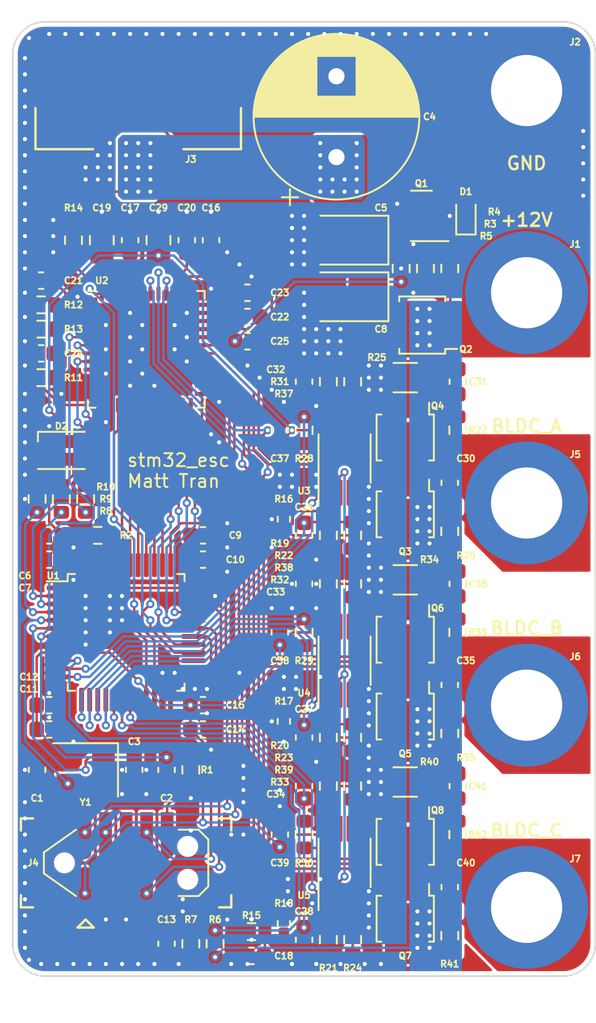
<source format=kicad_pcb>
(kicad_pcb (version 20211014) (generator pcbnew)
  (layers (0 "F.Cu" signal) (31 "B.Cu" signal) (34 "B.Paste" user) (35 "F.Paste" user) (36 "B.SilkS" user "B.Silkscreen") (37 "F.SilkS" user "F.Silkscreen") (38 "B.Mask" user) (39 "F.Mask" user) (44 "Edge.Cuts" user))
  (net 0 "")
  (net 1 "GND")
  (net 2 "Net-(C1-Pad2)")
  (net 3 "/~{RESET}")
  (net 4 "Net-(C3-Pad1)")
  (net 5 "+12V")
  (net 6 "+3V3")
  (net 7 "/VBUS_SENSE")
  (net 8 "Net-(C18-Pad2)")
  (net 9 "Net-(C20-Pad1)")
  (net 10 "Net-(C21-Pad1)")
  (net 11 "Net-(C22-Pad1)")
  (net 12 "Net-(C22-Pad2)")
  (net 13 "Net-(C23-Pad1)")
  (net 14 "Net-(C23-Pad2)")
  (net 15 "Net-(C24-Pad1)")
  (net 16 "/CPOUT")
  (net 17 "/BEMF_ADC_A")
  (net 18 "/BEMF_ADC_B")
  (net 19 "/BEMF_ADC_C")
  (net 20 "Net-(C30-Pad1)")
  (net 21 "/BLDC_A")
  (net 22 "Net-(C31-Pad1)")
  (net 23 "/SHUNT_A")
  (net 24 "/ISENSE_A")
  (net 25 "/ISENSE_B")
  (net 26 "/ISENSE_C")
  (net 27 "Net-(C35-Pad1)")
  (net 28 "/BLDC_B")
  (net 29 "Net-(C36-Pad1)")
  (net 30 "/SHUNT_B")
  (net 31 "Net-(C40-Pad1)")
  (net 32 "/BLDC_C")
  (net 33 "Net-(C41-Pad1)")
  (net 34 "/SHUNT_C")
  (net 35 "Net-(D1-Pad1)")
  (net 36 "Net-(D1-Pad2)")
  (net 37 "Net-(D2-Pad2)")
  (net 38 "Net-(D2-Pad3)")
  (net 39 "Net-(D2-Pad4)")
  (net 40 "/LIN")
  (net 41 "/DBG_RX")
  (net 42 "/DBG_TX")
  (net 44 "/SWCLK")
  (net 45 "/SWDIO")
  (net 46 "Net-(Q1-Pad1)")
  (net 47 "Net-(Q1-Pad3)")
  (net 48 "/H1")
  (net 49 "/L1")
  (net 50 "/H2")
  (net 51 "/L2")
  (net 52 "/H3")
  (net 53 "/L3")
  (net 54 "Net-(R2-Pad2)")
  (net 55 "/LED_B")
  (net 56 "/LED_G")
  (net 57 "/LED_R")
  (net 58 "Net-(R11-Pad2)")
  (net 59 "Net-(R12-Pad2)")
  (net 60 "Net-(R14-Pad1)")
  (net 61 "Net-(R28-Pad2)")
  (net 62 "Net-(R29-Pad2)")
  (net 63 "Net-(R30-Pad2)")
  (net 64 "Net-(R31-Pad2)")
  (net 65 "Net-(R32-Pad2)")
  (net 66 "Net-(R33-Pad2)")
  (net 67 "/WDOG")
  (net 68 "/BEMF_TRIG_A")
  (net 69 "/BEMF_TRIG_B")
  (net 70 "/BEMF_TRIG_C")
  (net 71 "/LIN_TX")
  (net 72 "/LIN_RX")
  (net 73 "/DG1")
  (net 74 "/DG2")
  (net 75 "/DG3")
  (net 76 "/~{COAST}")
  (net 77 "/SLEEP")
  (net 78 "/TIM2_CH1")
  (net 79 "/TIM2_CH2")
  (net 80 "/TIM3_CH1")
  (net 81 "/TIM3_CH2")
  (net 82 "/TIM4_CH1")
  (net 83 "/TIM4_CH2")
  (footprint "Capacitor_Tantalum_SMD:CP_EIA-3528-21_Kemet-B" (layer "F.Cu") (at 147.5 87.5 180)
    (fp_text reference "C5")
    (fp_text value "22u")
  )
  (footprint "Capacitor_SMD:C_0603_1608Metric" (layer "F.Cu") (at 141.25 92.25)
    (fp_text reference "C22")
    (fp_text value "100n")
  )
  (footprint "Resistor_SMD:R_1206_3216Metric" (layer "F.Cu") (at 151 121 180)
    (fp_text reference "R40")
    (fp_text value "10m")
  )
  (footprint "Resistor_SMD:R_0603_1608Metric" (layer "F.Cu") (at 137.75 131 -90)
    (fp_text reference "R7")
    (fp_text value "10k")
  )
  (footprint "Diode_SMD:D_SOD-523" (layer "F.Cu") (at 154.75 86 90)
    (fp_text reference "D1")
    (fp_text value "D_Schottky_Small_Filled")
  )
  (footprint "Resistor_SMD:R_0603_1608Metric" (layer "F.Cu") (at 144.75 99.25 -90)
    (fp_text reference "R28")
    (fp_text value "10k")
  )
  (footprint "Resistor_SMD:R_0402_1005Metric" (layer "F.Cu") (at 143.5 117.25 90)
    (fp_text reference "R17")
    (fp_text value "150k")
  )
  (footprint "Capacitor_SMD:C_0603_1608Metric" (layer "F.Cu") (at 137.5 87.5 90)
    (fp_text reference "C20")
    (fp_text value "1u")
  )
  (footprint "Resistor_SMD:R_0603_1608Metric" (layer "F.Cu") (at 147.75 108.75 90)
    (fp_text reference "R38")
    (fp_text value "10k")
  )
  (footprint "Capacitor_SMD:C_0603_1608Metric" (layer "F.Cu") (at 144.75 121.25 -90)
    (fp_text reference "C34")
    (fp_text value "10n")
  )
  (footprint "Capacitor_SMD:C_0603_1608Metric" (layer "F.Cu") (at 128.5 94.5 180)
    (fp_text reference "C24")
    (fp_text value "220p")
  )
  (footprint "Package_TO_SOT_SMD:LFPAK33" (layer "F.Cu") (at 152.25 92.75 180)
    (fp_text reference "Q2")
    (fp_text value "PSMN020-30MLC")
  )
  (footprint "Capacitor_SMD:C_0603_1608Metric" (layer "F.Cu") (at 144.75 118.25 90)
    (fp_text reference "C27")
    (fp_text value "10n")
  )
  (footprint "Capacitor_SMD:C_0805_2012Metric" (layer "F.Cu") (at 135.75 87.5 90)
    (fp_text reference "C29")
    (fp_text value "10u")
  )
  (footprint "Capacitor_SMD:C_0603_1608Metric" (layer "F.Cu") (at 154.25 121.25 90)
    (fp_text reference "C41")
    (fp_text value "10n")
  )
  (footprint "Package_TO_SOT_SMD:LFPAK33" (layer "F.Cu") (at 151 104.25 -90)
    (fp_text reference "Q3")
    (fp_text value "PSMN020-30MLC")
  )
  (footprint "Capacitor_SMD:C_0603_1608Metric" (layer "F.Cu") (at 154.25 108.75 90)
    (fp_text reference "C36")
    (fp_text value "10n")
  )
  (footprint "Resistor_SMD:R_0603_1608Metric" (layer "F.Cu") (at 153.75 105.5 90)
    (fp_text reference "R26")
    (fp_text value "22")
  )
  (footprint "Capacitor_SMD:C_0603_1608Metric" (layer "F.Cu") (at 144.75 105.75 90)
    (fp_text reference "C26")
    (fp_text value "10n")
  )
  (footprint "Resistor_SMD:R_0603_1608Metric" (layer "F.Cu") (at 128.25 103.5 -90)
    (fp_text reference "R10")
    (fp_text value "1k")
  )
  (footprint "Resistor_SMD:R_0603_1608Metric" (layer "F.Cu") (at 152.25 89.25 -90)
    (fp_text reference "R3")
    (fp_text value "10k")
  )
  (footprint "Resistor_SMD:R_0603_1608Metric" (layer "F.Cu") (at 144.75 111.75 -90)
    (fp_text reference "R29")
    (fp_text value "10k")
  )
  (footprint "Capacitor_SMD:C_0603_1608Metric" (layer "F.Cu") (at 138.5 107.25)
    (fp_text reference "C10")
    (fp_text value "100n")
  )
  (footprint "extraparts:barrel_3.5mm" (layer "F.Cu") (at 158.5 103.75)
    (fp_text reference "J5")
    (fp_text value "BLDC_A")
  )
  (footprint "Resistor_SMD:R_0603_1608Metric" (layer "F.Cu") (at 146.25 118.25 90)
    (fp_text reference "R20")
    (fp_text value "4k7")
  )
  (footprint "Package_TO_SOT_SMD:LFPAK33" (layer "F.Cu") (at 151 99.5 -90)
    (fp_text reference "Q4")
    (fp_text value "PSMN020-30MLC")
  )
  (footprint "Resistor_SMD:R_0603_1608Metric" (layer "F.Cu") (at 146.25 121.25 90)
    (fp_text reference "R33")
    (fp_text value "100k")
  )
  (footprint "Capacitor_SMD:C_0603_1608Metric" (layer "F.Cu") (at 154.25 96.25 90)
    (fp_text reference "C31")
    (fp_text value "10n")
  )
  (footprint "Capacitor_Tantalum_SMD:CP_EIA-3528-21_Kemet-B" (layer "F.Cu") (at 147.5 91 180)
    (fp_text reference "C8")
    (fp_text value "22u")
  )
  (footprint "Package_TO_SOT_SMD:LFPAK33" (layer "F.Cu") (at 151 116.75 -90)
    (fp_text reference "Q5")
    (fp_text value "PSMN020-30MLC")
  )
  (footprint "Capacitor_SMD:C_0603_1608Metric" (layer "F.Cu") (at 138.5 105.75)
    (fp_text reference "C9")
    (fp_text value "1u")
  )
  (footprint "Capacitor_SMD:C_0603_1608Metric" (layer "F.Cu") (at 138.5 117.75)
    (fp_text reference "C14")
    (fp_text value "1u")
  )
  (footprint "Capacitor_SMD:C_0603_1608Metric" (layer "F.Cu") (at 141.25 90.75)
    (fp_text reference "C23")
    (fp_text value "100n")
  )
  (footprint "Capacitor_SMD:C_0603_1608Metric" (layer "F.Cu") (at 136.25 131 -90)
    (fp_text reference "C13")
    (fp_text value "100n")
  )
  (footprint "Capacitor_SMD:C_0603_1608Metric" (layer "F.Cu") (at 144.75 108.75 -90)
    (fp_text reference "C33")
    (fp_text value "10n")
  )
  (footprint "Package_DFN_QFN:QFN-48-1EP_7x7mm_P0.5mm_EP5.6x5.6mm" (layer "F.Cu") (at 135 94.25)
    (fp_text reference "U2")
    (fp_text value "ATA6844")
  )
  (footprint "Capacitor_SMD:C_0603_1608Metric" (layer "F.Cu") (at 134.25 120.25 -90)
    (fp_text reference "C3")
    (fp_text value "20p")
  )
  (footprint "Resistor_SMD:R_0603_1608Metric" (layer "F.Cu") (at 154.25 124.25 90)
    (fp_text reference "R42")
    (fp_text value "22")
  )
  (footprint "Resistor_SMD:R_0603_1608Metric" (layer "F.Cu") (at 147.75 121.25 90)
    (fp_text reference "R39")
    (fp_text value "10k")
  )
  (footprint "Capacitor_SMD:C_0603_1608Metric" (layer "F.Cu") (at 144.75 96.25 -90)
    (fp_text reference "C32")
    (fp_text value "10n")
  )
  (footprint "Capacitor_SMD:C_0603_1608Metric" (layer "F.Cu") (at 141.25 93.75)
    (fp_text reference "C25")
    (fp_text value "1u")
  )
  (footprint "Resistor_SMD:R_0603_1608Metric" (layer "F.Cu") (at 147.75 118.25 -90)
    (fp_text reference "R23")
    (fp_text value "47k")
  )
  (footprint "Resistor_SMD:R_1206_3216Metric" (layer "F.Cu") (at 151 108.5 180)
    (fp_text reference "R34")
    (fp_text value "10m")
  )
  (footprint "Resistor_SMD:R_0603_1608Metric" (layer "F.Cu") (at 150.75 89.25 -90)
    (fp_text reference "R5")
    (fp_text value "10k")
  )
  (footprint "Crystal:Crystal_SMD_3225-4Pin_3.2x2.5mm" (layer "F.Cu") (at 131.25 120.25 180)
    (fp_text reference "Y1")
    (fp_text value "8MHz")
  )
  (footprint "Capacitor_SMD:C_0603_1608Metric" (layer "F.Cu") (at 143.25 111.75 -90)
    (fp_text reference "C38")
    (fp_text value "100n")
  )
  (footprint "Resistor_SMD:R_0603_1608Metric" (layer "F.Cu") (at 147.75 130.75 -90)
    (fp_text reference "R24")
    (fp_text value "47k")
  )
  (footprint "Capacitor_SMD:C_0603_1608Metric" (layer "F.Cu") (at 136.25 120.25 90)
    (fp_text reference "C2")
    (fp_text value "100n")
  )
  (footprint "Resistor_SMD:R_0603_1608Metric" (layer "F.Cu") (at 146.25 130.75 90)
    (fp_text reference "R21")
    (fp_text value "4k7")
  )
  (footprint "Capacitor_SMD:C_0603_1608Metric" (layer "F.Cu") (at 128.5 90 180)
    (fp_text reference "C21")
    (fp_text value "100n")
  )
  (footprint "Resistor_SMD:R_0603_1608Metric" (layer "F.Cu") (at 128.5 96)
    (fp_text reference "R11")
    (fp_text value "0")
  )
  (footprint "Package_TO_SOT_SMD:LFPAK33" (layer "F.Cu") (at 151 129.25 -90)
    (fp_text reference "Q7")
    (fp_text value "PSMN020-30MLC")
  )
  (footprint "Resistor_SMD:R_0603_1608Metric" (layer "F.Cu") (at 146.25 105.75 90)
    (fp_text reference "R19")
    (fp_text value "4k7")
  )
  (footprint "Capacitor_THT:CP_Radial_D10.0mm_P5.00mm" (layer "F.Cu") (at 146.75 82.367677 90)
    (fp_text reference "C4")
    (fp_text value "470u")
  )
  (footprint "Capacitor_SMD:C_0603_1608Metric" (layer "F.Cu") (at 143.25 124.25 -90)
    (fp_text reference "C39")
    (fp_text value "100n")
  )
  (footprint "Package_SO:MSOP-8_3x3mm_P0.65mm" (layer "F.Cu") (at 147.25 101 90)
    (fp_text reference "U3")
    (fp_text value "MCP6L02x-xMS")
  )
  (footprint "Capacitor_SMD:C_0603_1608Metric" (layer "F.Cu") (at 138.5 116.25)
    (fp_text reference "C15")
    (fp_text value "100n")
  )
  (footprint "Resistor_SMD:R_0603_1608Metric" (layer "F.Cu") (at 139.25 131 90)
    (fp_text reference "R6")
    (fp_text value "100k")
  )
  (footprint "Package_TO_SOT_SMD:LFPAK33" (layer "F.Cu") (at 151 112 -90)
    (fp_text reference "Q6")
    (fp_text value "PSMN020-30MLC")
  )
  (footprint "Capacitor_SMD:C_0603_1608Metric" (layer "F.Cu") (at 129 116.25)
    (fp_text reference "C12")
    (fp_text value "100n")
  )
  (footprint "Resistor_SMD:R_0603_1608Metric" (layer "F.Cu") (at 146.25 108.75 90)
    (fp_text reference "R32")
    (fp_text value "100k")
  )
  (footprint "Capacitor_SMD:C_0805_2012Metric" (layer "F.Cu") (at 132.25 87.5 90)
    (fp_text reference "C19")
    (fp_text value "10u")
  )
  (footprint "Capacitor_SMD:C_0603_1608Metric" (layer "F.Cu") (at 134 87.5 90)
    (fp_text reference "C17")
    (fp_text value "100n")
  )
  (footprint "Capacitor_SMD:C_0603_1608Metric" (layer "F.Cu") (at 128.25 120.25 -90)
    (fp_text reference "C1")
    (fp_text value "20p")
  )
  (footprint "extraparts:barrel_3.5mm" (layer "F.Cu") (at 158.5 78.25)
    (fp_text reference "J2")
    (fp_text value "GND")
  )
  (footprint "Resistor_SMD:R_0603_1608Metric" (layer "F.Cu") (at 128.5 91.5)
    (fp_text reference "R12")
    (fp_text value "36k")
  )
  (footprint "Capacitor_SMD:C_0603_1608Metric" (layer "F.Cu") (at 141.5 131.75)
    (fp_text reference "C18")
    (fp_text value "10n")
  )
  (footprint "extraparts:TC2050+Header" (layer "F.Cu") (at 133.75 126)
    (fp_text reference "J4")
    (fp_text value "SWD/UART")
  )
  (footprint "Capacitor_SMD:C_0603_1608Metric" (layer "F.Cu") (at 129 105.75 180)
    (fp_text reference "C6")
    (fp_text value "1u")
  )
  (footprint "Resistor_SMD:R_0603_1608Metric" (layer "F.Cu") (at 144.75 124.25 -90)
    (fp_text reference "R30")
    (fp_text value "10k")
  )
  (footprint "Resistor_SMD:R_0603_1608Metric" (layer "F.Cu") (at 131.25 103.5 -90)
    (fp_text reference "R8")
    (fp_text value "1k")
  )
  (footprint "extraparts:Molex_DuraClik_Vert_3pin" (layer "F.Cu") (at 134.5 74 180)
    (fp_text reference "J3")
    (fp_text value "LIN")
  )
  (footprint "Capacitor_SMD:C_0603_1608Metric" (layer "F.Cu") (at 129 117.75)
    (fp_text reference "C11")
    (fp_text value "1u")
  )
  (footprint "Package_TO_SOT_SMD:SOT-23" (layer "F.Cu") (at 152 86 180)
    (fp_text reference "Q1")
    (fp_text value "MMBT2222A")
  )
  (footprint "Resistor_SMD:R_0402_1005Metric" (layer "F.Cu") (at 143.5 129.75 90)
    (fp_text reference "R18")
    (fp_text value "150k")
  )
  (footprint "extraparts:barrel_3.5mm" (layer "F.Cu") (at 158.5 90.75)
    (fp_text reference "J1")
    (fp_text value "VBAT")
  )
  (footprint "Capacitor_SMD:C_0603_1608Metric" (layer "F.Cu") (at 153.75 102.5 90)
    (fp_text reference "C30")
    (fp_text value "10n")
  )
  (footprint "Resistor_SMD:R_0402_1005Metric" (layer "F.Cu") (at 143.5 104.75 90)
    (fp_text reference "R16")
    (fp_text value "150k")
  )
  (footprint "Resistor_SMD:R_0603_1608Metric" (layer "F.Cu") (at 153.75 130.5 90)
    (fp_text reference "R41")
    (fp_text value "22")
  )
  (footprint "extraparts:barrel_3.5mm" (layer "F.Cu") (at 158.5 128.75)
    (fp_text reference "J7")
    (fp_text value "BLDC_C")
  )
  (footprint "Resistor_SMD:R_0603_1608Metric" (layer "F.Cu") (at 130.5 87.5 90)
    (fp_text reference "R14")
    (fp_text value "0")
  )
  (footprint "Resistor_SMD:R_0603_1608Metric" (layer "F.Cu") (at 128.5 93 180)
    (fp_text reference "R13")
    (fp_text value "10k")
  )
  (footprint "Package_TO_SOT_SMD:LFPAK33" (layer "F.Cu") (at 151 124.5 -90)
    (fp_text reference "Q8")
    (fp_text value "PSMN020-30MLC")
  )
  (footprint "Resistor_SMD:R_0603_1608Metric" (layer "F.Cu") (at 129.75 103.5 -90)
    (fp_text reference "R9")
    (fp_text value "1k")
  )
  (footprint "Package_SO:MSOP-8_3x3mm_P0.65mm" (layer "F.Cu") (at 147.25 126 90)
    (fp_text reference "U5")
    (fp_text value "MCP6L02x-xMS")
  )
  (footprint "Resistor_SMD:R_0603_1608Metric" (layer "F.Cu") (at 154.25 111.75 90)
    (fp_text reference "R36")
    (fp_text value "22")
  )
  (footprint "Capacitor_SMD:C_0603_1608Metric" (layer "F.Cu") (at 153.75 127.5 90)
    (fp_text reference "C40")
    (fp_text value "10n")
  )
  (footprint "Package_QFP:LQFP-48_7x7mm_P0.5mm" (layer "F.Cu") (at 133.75 111.75)
    (fp_text reference "U1")
    (fp_text value "STM32F103CBTx")
  )
  (footprint "Resistor_SMD:R_0603_1608Metric" (layer "F.Cu") (at 146.25 96.25 90)
    (fp_text reference "R31")
    (fp_text value "100k")
  )
  (footprint "Resistor_SMD:R_0603_1608Metric" (layer "F.Cu") (at 137.75 120.25 -90)
    (fp_text reference "R1")
    (fp_text value "10k")
  )
  (footprint "Capacitor_SMD:C_0603_1608Metric" (layer "F.Cu") (at 144.75 130.75 90)
    (fp_text reference "C28")
    (fp_text value "10n")
  )
  (footprint "Capacitor_SMD:C_0603_1608Metric" (layer "F.Cu") (at 129 107.25 180)
    (fp_text reference "C7")
    (fp_text value "100n")
  )
  (footprint "LED_SMD:LED_Cree-PLCC4_2x2mm_CW" (layer "F.Cu") (at 129.75 100.5)
    (fp_text reference "D2")
    (fp_text value "LED_ABGR")
  )
  (footprint "Resistor_SMD:R_0603_1608Metric" (layer "F.Cu") (at 153.75 89.25 90)
    (fp_text reference "R4")
    (fp_text value "100k")
  )
  (footprint "Package_SO:MSOP-8_3x3mm_P0.65mm" (layer "F.Cu") (at 147.25 113.5 90)
    (fp_text reference "U4")
    (fp_text value "MCP6L02x-xMS")
  )
  (footprint "Capacitor_SMD:C_0603_1608Metric" (layer "F.Cu") (at 143.25 99.25 -90)
    (fp_text reference "C37")
    (fp_text value "100n")
  )
  (footprint "Resistor_SMD:R_0603_1608Metric" (layer "F.Cu") (at 147.75 96.25 90)
    (fp_text reference "R37")
    (fp_text value "10k")
  )
  (footprint "Resistor_SMD:R_0603_1608Metric" (layer "F.Cu") (at 154.25 99.25 90)
    (fp_text reference "R27")
    (fp_text value "22")
  )
  (footprint "Capacitor_SMD:C_0603_1608Metric" (layer "F.Cu") (at 153.75 115 90)
    (fp_text reference "C35")
    (fp_text value "10n")
  )
  (footprint "Resistor_SMD:R_1206_3216Metric" (layer "F.Cu") (at 151 96 180)
    (fp_text reference "R25")
    (fp_text value "10m")
  )
  (footprint "Resistor_SMD:R_0603_1608Metric" (layer "F.Cu") (at 147.75 105.75 -90)
    (fp_text reference "R22")
    (fp_text value "47k")
  )
  (footprint "extraparts:barrel_3.5mm" (layer "F.Cu") (at 158.5 116.25)
    (fp_text reference "J6")
    (fp_text value "BLDC_B")
  )
  (footprint "Resistor_SMD:R_0603_1608Metric" (layer "F.Cu") (at 153.75 118 90)
    (fp_text reference "R35")
    (fp_text value "22")
  )
  (footprint "Resistor_SMD:R_0603_1608Metric" (layer "F.Cu") (at 141.5 130.25)
    (fp_text reference "R15")
    (fp_text value "4k7")
  )
  (footprint "Capacitor_SMD:C_0603_1608Metric" (layer "F.Cu") (at 139 87.5 -90)
    (fp_text reference "C16")
    (fp_text value "100n")
  )
  (footprint "Resistor_SMD:R_0603_1608Metric" (layer "F.Cu") (at 132 105.75)
    (fp_text reference "R2")
    (fp_text value "0")
  )
  (gr_line (start 162.75 76) (end 162.75 131) (layer "Edge.Cuts") (width 0.1))
  (gr_line (start 126.75 131) (end 126.75 76) (layer "Edge.Cuts") (width 0.1))
  (gr_line (start 160.75 133) (end 128.75 133) (layer "Edge.Cuts") (width 0.1))
  (gr_arc (start 128.75 133) (mid 127.335786 132.414214) (end 126.75 131) (layer "Edge.Cuts") (width 0.1))
  (gr_line (start 128.75 74) (end 160.75 74) (layer "Edge.Cuts") (width 0.1))
  (gr_arc (start 160.75 74) (mid 162.164214 74.585786) (end 162.75 76) (layer "Edge.Cuts") (width 0.1))
  (gr_arc (start 162.75 131) (mid 162.164214 132.414214) (end 160.75 133) (layer "Edge.Cuts") (width 0.1))
  (gr_arc (start 126.75 76) (mid 127.335786 74.585786) (end 128.75 74) (layer "Edge.Cuts") (width 0.1))
  (gr_text "BLDC_B" (at 158.5 111.5) (layer "F.SilkS") (effects (font (size 0.8 0.8))))
  (gr_text "stm32_esc\nMatt Tran" (at 133.75 101.75) (layer "F.SilkS") (effects (font (size 0.8 0.8) (thickness 0.12)) (justify left)))
  (gr_text "GND" (at 158.5 82.75) (layer "F.SilkS") (effects (font (size 0.8 0.8))))
  (gr_text "+12V" (at 158.5 86.25) (layer "F.SilkS") (effects (font (size 0.8 0.8))))
  (gr_text "BLDC_A" (at 158.5 99) (layer "F.SilkS") (effects (font (size 0.8 0.8))))
  (gr_text "BLDC_C" (at 158.5 124) (layer "F.SilkS") (effects (font (size 0.8 0.8))))
  (via (at 144.75 86.75) (size 0.508) (drill 0.254) (layers "F.Cu" "B.Cu") (net 1))
  (via (at 129.75 97) (size 0.508) (drill 0.254) (layers "F.Cu" "B.Cu") (net 1))
  (via (at 127.75 132) (size 0.508) (drill 0.254) (layers "F.Cu" "B.Cu") (net 1))
  (via (at 129 99) (size 0.508) (drill 0.254) (layers "F.Cu" "B.Cu") (net 1))
  (via (at 127.5 103.5) (size 0.508) (drill 0.254) (layers "F.Cu" "B.Cu") (net 1))
  (via (at 141.25 132.25) (size 0.508) (drill 0.254) (layers "F.Cu" "B.Cu") (net 1))
  (via (at 130.5 108.5) (size 0.508) (drill 0.254) (layers "F.Cu" "B.Cu") (net 1))
  (via (at 148.75 106.25) (size 0.508) (drill 0.254) (layers "F.Cu" "B.Cu") (net 1))
  (via (at 134 85.75) (size 0.508) (drill 0.254) (layers "F.Cu" "B.Cu") (net 1))
  (via (at 137.25 128.25) (size 0.508) (drill 0.254) (layers "F.Cu" "B.Cu") (net 1))
  (via (at 137 132.25) (size 0.508) (drill 0.254) (layers "F.Cu" "B.Cu") (net 1))
  (via (at 129 74.75) (size 0.508) (drill 0.254) (layers "F.Cu" "B.Cu") (net 1))
  (via (at 150.75 89.25) (size 0.508) (drill 0.254) (layers "F.Cu" "B.Cu") (net 1))
  (via (at 142.75 96.75) (size 0.508) (drill 0.254) (layers "F.Cu" "B.Cu") (net 1))
  (via (at 127.5 77.25) (size 0.508) (drill 0.254) (layers "F.Cu" "B.Cu") (net 1))
  (via (at 131 74.75) (size 0.508) (drill 0.254) (layers "F.Cu" "B.Cu") (net 1))
  (via (at 132.75 83) (size 0.508) (drill 0.254) (layers "F.Cu" "B.Cu") (net 1))
  (via (at 140.25 132.25) (size 0.508) (drill 0.254) (layers "F.Cu" "B.Cu") (net 1))
  (via (at 141 122.25) (size 0.508) (drill 0.254) (layers "F.Cu" "B.Cu") (net 1))
  (via (at 127.5 102) (size 0.508) (drill 0.254) (layers "F.Cu" "B.Cu") (net 1))
  (via (at 144 132.25) (size 0.508) (drill 0.254) (layers "F.Cu" "B.Cu") (net 1))
  (via (at 129.25 86.25) (size 0.508) (drill 0.254) (layers "F.Cu" "B.Cu") (net 1))
  (via (at 132.75 83.75) (size 0.508) (drill 0.254) (layers "F.Cu" "B.Cu") (net 1))
  (via (at 137.5 85.75) (size 0.508) (drill 0.254) (layers "F.Cu" "B.Cu") (net 1))
  (via (at 131.25 112.5) (size 0.508) (drill 0.254) (layers "F.Cu" "B.Cu") (net 1))
  (via (at 132 82.25) (size 0.508) (drill 0.254) (layers "F.Cu" "B.Cu") (net 1))
  (via (at 127.5 93.75) (size 0.508) (drill 0.254) (layers "F.Cu" "B.Cu") (net 1))
  (via (at 127.5 125.25) (size 0.508) (drill 0.254) (layers "F.Cu" "B.Cu") (net 1))
  (via (at 153.75 86) (size 0.508) (drill 0.254) (layers "F.Cu" "B.Cu") (net 1))
  (via (at 127.5 101) (size 0.508) (drill 0.254) (layers "F.Cu" "B.Cu") (net 1))
  (via (at 149.5 121.75) (size 0.508) (drill 0.254) (layers "F.Cu" "B.Cu") (net 1))
  (via (at 127.75 75) (size 0.508) (drill 0.254) (layers "F.Cu" "B.Cu") (net 1))
  (via (at 132.75 111.75) (size 0.508) (drill 0.254) (layers "F.Cu" "B.Cu") (net 1))
  (via (at 148.75 130) (size 0.508) (drill 0.254) (layers "F.Cu" "B.Cu") (net 1))
  (via (at 141 74.75) (size 0.508) (drill 0.254) (layers "F.Cu" "B.Cu") (net 1))
  (via (at 143.5 118.5) (size 0.508) (drill 0.254) (layers "F.Cu" "B.Cu") (net 1))
  (via (at 145.5 108.75) (size 0.508) (drill 0.254) (layers "F.Cu" "B.Cu") (net 1))
  (via (at 147 132.25) (size 0.508) (drill 0.254) (layers "F.Cu" "B.Cu") (net 1))
  (via (at 135 74.75) (size 0.508) (drill 0.254) (layers "F.Cu" "B.Cu") (net 1))
  (via (at 135 120.25) (size 0.508) (drill 0.254) (layers "F.Cu" "B.Cu") (net 1))
  (via (at 136.75 92.75) (size 0.508) (drill 0.254) (layers "F.Cu" "B.Cu") (net 1))
  (via (at 148 74.75) (size 0.508) (drill 0.254) (layers "F.Cu" "B.Cu") (net 1))
  (via (at 137.5 92) (size 0.508) (drill 0.254) (layers "F.Cu" "B.Cu") (net 1))
  (via (at 138 74.75) (size 0.508) (drill 0.254) (layers "F.Cu" "B.Cu") (net 1))
  (via (at 134 93.5) (size 0.508) (drill 0.254) (layers "F.Cu" "B.Cu") (net 1))
  (via (at 127.5 88.25) (size 0.508) (drill 0.254) (layers "F.Cu" "B.Cu") (net 1))
  (via (at 141.5 89.75) (size 0.508) (drill 0.254) (layers "F.Cu" "B.Cu") (net 1))
  (via (at 127.5 129.25) (size 0.508) (drill 0.254) (layers "F.Cu" "B.Cu") (net 1))
  (via (at 143.25 102) (size 0.508) (drill 0.254) (layers "F.Cu" "B.Cu") (net 1))
  (via (at 139 90.5) (size 0.508) (drill 0.254) (layers "F.Cu" "B.Cu") (net 1))
  (via (at 145.5 119.75) (size 0.508) (drill 0.254) (layers "F.Cu" "B.Cu") (net 1))
  (via (at 138 115.25) (size 0.508) (drill 0.254) (layers "F.Cu" "B.Cu") (net 1))
  (via (at 141.5 129.5) (size 0.508) (drill 0.254) (layers "F.Cu" "B.Cu") (net 1))
  (via (at 127.5 78.25) (size 0.508) (drill 0.254) (layers "F.Cu" "B.Cu") (net 1))
  (via (at 152 74.75) (size 0.508) (drill 0.254) (layers "F.Cu" "B.Cu") (net 1))
  (via (at 156 74.75) (size 0.508) (drill 0.254) (layers "F.Cu" "B.Cu") (net 1))
  (via (at 130.5 132.25) (size 0.508) (drill 0.254) (layers "F.Cu" "B.Cu") (net 1))
  (via (at 143.75 128.5) (size 0.508) (drill 0.254) (layers "F.Cu" "B.Cu") (net 1))
  (via (at 127.5 76.25) (size 0.508) (drill 0.254) (layers "F.Cu" "B.Cu") (net 1))
  (via (at 162 84.75) (size 0.508) (drill 0.254) (layers "F.Cu" "B.Cu") (net 1))
  (via (at 144.25 115.25) (size 0.508) (drill 0.254) (layers "F.Cu" "B.Cu") (net 1))
  (via (at 127.5 87.25) (size 0.508) (drill 0.254) (layers "F.Cu" "B.Cu") (net 1))
  (via (at 136.75 94.25) (size 0.508) (drill 0.254) (layers "F.Cu" "B.Cu") (net 1))
  (via (at 127.5 128.25) (size 0.508) (drill 0.254) (layers "F.Cu" "B.Cu") (net 1))
  (via (at 132.25 85.75) (size 0.508) (drill 0.254) (layers "F.Cu" "B.Cu") (net 1))
  (via (at 133.5 109.5) (size 0.508) (drill 0.254) (layers "F.Cu" "B.Cu") (net 1))
  (via (at 142.75 104.75) (size 0.508) (drill 0.254) (layers "F.Cu" "B.Cu") (net 1))
  (via (at 144.75 93.75) (size 0.508) (drill 0.254) (layers "F.Cu" "B.Cu") (net 1))
  (via (at 136.75 114.25) (size 0.508) (drill 0.254) (layers "F.Cu" "B.Cu") (net 1))
  (via (at 131.25 111.75) (size 0.508) (drill 0.254) (layers "F.Cu" "B.Cu") (net 1))
  (via (at 132.75 110.25) (size 0.508) (drill 0.254) (layers "F.Cu" "B.Cu") (net 1))
  (via (at 150 74.75) (size 0.508) (drill 0.254) (layers "F.Cu" "B.Cu") (net 1))
  (via (at 144.75 86) (size 0.508) (drill 0.254) (layers "F.Cu" "B.Cu") (net 1))
  (via (at 129 117) (size 0.508) (drill 0.254) (layers "F.Cu" "B.Cu") (net 1))
  (via (at 144.75 90.75) (size 0.508) (drill 0.254) (layers "F.Cu" "B.Cu") (net 1))
  (via (at 148.75 121.75) (size 0.508) (drill 0.254) (layers "F.Cu" "B.Cu") (net 1))
  (via (at 143.25 122.5) (size 0.508) (drill 0.254) (layers "F.Cu" "B.Cu") (net 1))
  (via (at 131.25 111) (size 0.508) (drill 0.254) (layers "F.Cu" "B.Cu") (net 1))
  (via (at 147 94.5) (size 0.508) (drill 0.254) (layers "F.Cu" "B.Cu") (net 1))
  (via (at 147 93) (size 0.508) (drill 0.254) (layers "F.Cu" "B.Cu") (net 1))
  (via (at 132.75 111) (size 0.508) (drill 0.254) (layers "F.Cu" "B.Cu") (net 1))
  (via (at 149.5 121) (size 0.508) (drill 0.254) (layers "F.Cu" "B.Cu") (net 1))
  (via (at 142.75 106.5) (size 0.508) (drill 0.254) (layers "F.Cu" "B.Cu") (net 1))
  (via (at 145 74.75) (size 0.508) (drill 0.254) (layers "F.Cu" "B.Cu") (net 1))
  (via (at 133.5 120.25) (size 0.508) (drill 0.254) (layers "F.Cu" "B.Cu") (net 1))
  (via (at 130.75 91) (size 0.508) (drill 0.254) (layers "F.Cu" "B.Cu") (net 1))
  (via (at 148.75 103.5) (size 0.508) (drill 0.254) (layers "F.Cu" "B.Cu") (net 1))
  (via (at 162 83.75) (size 0.508) (drill 0.254) (layers "F.Cu" "B.Cu") (net 1))
  (via (at 144.75 92.25) (size 0.508) (drill 0.254) (layers "F.Cu" "B.Cu") (net 1))
  (via (at 137 74.75) (size 0.508) (drill 0.254) (layers "F.Cu" "B.Cu") (net 1))
  (via (at 148.75 105) (size 0.508) (drill 0.254) (layers "F.Cu" "B.Cu") (net 1))
  (via (at 149.5 108.5) (size 0.508) (drill 0.254) (layers "F.Cu" "B.Cu") (net 1))
  (via (at 151.5 90.75) (size 0.508) (drill 0.254) (layers "F.Cu" "B.Cu") (net 1))
  (via (at 142.75 110.25) (size 0.508) (drill 0.254) (layers "F.Cu" "B.Cu") (net 1))
  (via (at 141 121.5) (size 0.508) (drill 0.254) (layers "F.Cu" "B.Cu") (net 1))
  (via (at 136 114.25) (size 0.508) (drill 0.254) (layers "F.Cu" "B.Cu") (net 1))
  (via (at 132 83.75) (size 0.508) (drill 0.254) (layers "F.Cu" "B.Cu") (net 1))
  (via (at 144 86) (size 0.508) (drill 0.254) (layers "F.Cu" "B.Cu") (net 1))
  (via (at 143.5 115.25) (size 0.508) (drill 0.254) (layers "F.Cu" "B.Cu") (net 1))
  (via (at 144 102) (size 0.508) (drill 0.254) (layers "F.Cu" "B.Cu") (net 1))
  (via (at 137.5 95) (size 0.508) (drill 0.254) (layers "F.Cu" "B.Cu") (net 1))
  (via (at 140 88.25) (size 0.508) (drill 0.254) (layers "F.Cu" "B.Cu") (net 1))
  (via (at 139.5 97.5) (size 0.508) (drill 0.254) (layers "F.Cu" "B.Cu") (net 1))
  (via (at 151.5 87.75) (size 0.508) (drill 0.254) (layers "F.Cu" "B.Cu") (net 1))
  (via (at 134 74.75) (size 0.508) (drill 0.254) (layers "F.Cu" "B.Cu") (net 1))
  (via (at 144.75 91.5) (size 0.508) (drill 0.254) (layers "F.Cu" "B.Cu") (net 1))
  (via (at 153 74.75) (size 0.508) (drill 0.254) (layers "F.Cu" "B.Cu") (net 1))
  (via (at 145.75 127) (size 0.508) (drill 0.254) (layers "F.Cu" "B.Cu") (net 1))
  (via (at 151 74.75) (size 0.508) (drill 0.254) (layers "F.Cu" "B.Cu") (net 1))
  (via (at 135.5 132.25) (size 0.508) (drill 0.254) (layers "F.Cu" "B.Cu") (net 1))
  (via (at 148.75 109.25) (size 0.508) (drill 0.254) (layers "F.Cu" "B.Cu") (net 1))
  (via (at 146 74.75) (size 0.508) (drill 0.254) (layers "F.Cu" "B.Cu") (net 1))
  (via (at 127.5 95.25) (size 0.508) (drill 0.254) (layers "F.Cu" "B.Cu") (net 1))
  (via (at 154 74.75) (size 0.508) (drill 0.254) (layers "F.Cu" "B.Cu") (net 1))
  (via (at 150.5 85.25) (size 0.508) (drill 0.254) (layers "F.Cu" "B.Cu") (net 1))
  (via (at 132.5 129.5) (size 0.508) (drill 0.254) (layers "F.Cu" "B.Cu") (net 1))
  (via (at 140.25 124.25) (size 0.508) (drill 0.254) (layers "F.Cu" "B.Cu") (net 1))
  (via (at 145.5 132.25) (size 0.508) (drill 0.254) (layers "F.Cu" "B.Cu") (net 1))
  (via (at 145.5 93.75) (size 0.508) (drill 0.254) (layers "F.Cu" "B.Cu") (net 1))
  (via (at 132 74.75) (size 0.508) (drill 0.254) (layers "F.Cu" "B.Cu") (net 1))
  (via (at 127.5 82.25) (size 0.508) (drill 0.254) (layers "F.Cu" "B.Cu") (net 1))
  (via (at 143.75 127) (size 0.508) (drill 0.254) (layers "F.Cu" "B.Cu") (net 1))
  (via (at 132.5 92.75) (size 0.508) (drill 0.254) (layers "F.Cu" "B.Cu") (net 1))
  (via (at 132 83) (size 0.508) (drill 0.254) (layers "F.Cu" "B.Cu") (net 1))
  (via (at 144 74.75) (size 0.508) (drill 0.254) (layers "F.Cu" "B.Cu") (net 1))
  (via (at 148.75 118.75) (size 0.508) (drill 0.254) (layers "F.Cu" "B.Cu") (net 1))
  (via (at 148.75 129.25) (size 0.508) (drill 0.254) (layers "F.Cu" "B.Cu") (net 1))
  (via (at 138.75 116.75) (size 0.508) (drill 0.254) (layers "F.Cu" "B.Cu") (net 1))
  (via (at 139 74.75) (size 0.508) (drill 0.254) (layers "F.Cu" "B.Cu") (net 1))
  (via (at 143.5 114.5) (size 0.508) (drill 0.254) (layers "F.Cu" "B.Cu") (net 1))
  (via (at 144.75 94.5) (size 0.508) (drill 0.254) (layers "F.Cu" "B.Cu") (net 1))
  (via (at 130.5 106.5) (size 0.508) (drill 0.254) (layers "F.Cu" "B.Cu") (net 1))
  (via (at 148.75 96.75) (size 0.508) (drill 0.254) (layers "F.Cu" "B.Cu") (net 1))
  (via (at 144.75 89) (size 0.508) (drill 0.254) (layers "F.Cu" "B.Cu") (net 1))
  (via (at 132.5 98.75) (size 0.508) (drill 0.254) (layers "F.Cu" "B.Cu") (net 1))
  (via (at 144.75 93) (size 0.508) (drill 0.254) (layers "F.Cu" "B.Cu") (net 1))
  (via (at 147 93.75) (size 0.508) (drill 0.254) (layers "F.Cu" "B.Cu") (net 1))
  (via (at 149.5 109.25) (size 0.508) (drill 0.254) (layers "F.Cu" "B.Cu") (net 1))
  (via (at 141 124.25) (size 0.508) (drill 0.254) (layers "F.Cu" "B.Cu") (net 1))
  (via (at 134 96.5) (size 0.508) (drill 0.254) (layers "F.Cu" "B.Cu") (net 1))
  (via (at 149.5 132.25) (size 0.508) (drill 0.254) (layers "F.Cu" "B.Cu") (net 1))
  (via (at 140.75 114.25) (size 0.508) (drill 0.254) (layers "F.Cu" "B.Cu") (net 1))
  (via (at 155 74.75) (size 0.508) (drill 0.254) (layers "F.Cu" "B.Cu") (net 1))
  (via (at 148.75 115.25) (size 0.508) (drill 0.254) (layers "F.Cu" "B.Cu") (net 1))
  (via (at 134.75 95.75) (size 0.508) (drill 0.254) (layers "F.Cu" "B.Cu") (net 1))
  (via (at 148.75 108.5) (size 0.508) (drill 0.254) (layers "F.Cu" "B.Cu") (net 1))
  (via (at 134.75 94.25) (size 0.508) (drill 0.254) (layers "F.Cu" "B.Cu") (net 1))
  (via (at 131.5 132.25) (size 0.508) (drill 0.254) (layers "F.Cu" "B.Cu") (net 1))
  (via (at 127.5 90.75) (size 0.508) (drill 0.254) (layers "F.Cu" "B.Cu") (net 1))
  (via (at 148.75 96) (size 0.508) (drill 0.254) (layers "F.Cu" "B.Cu") (net 1))
  (via (at 148.75 127.75) (size 0.508) (drill 0.254) (layers "F.Cu" "B.Cu") (net 1))
  (via (at 127.5 81.25) (size 0.508) (drill 0.254) (layers "F.Cu" "B.Cu") (net 1))
  (via (at 138.75 115.25) (size 0.508) (drill 0.254) (layers "F.Cu" "B.Cu") (net 1))
  (via (at 144 88.25) (size 0.508) (drill 0.254) (layers "F.Cu" "B.Cu") (net 1))
  (via (at 140 74.75) (size 0.508) (drill 0.254) (layers "F.Cu" "B.Cu") (net 1))
  (via (at 144 87.5) (size 0.508) (drill 0.254) (layers "F.Cu" "B.Cu") (net 1))
  (via (at 127.5 98) (size 0.508) (drill 0.254) (layers "F.Cu" "B.Cu") (net 1))
  (via (at 139.5 100) (size 0.508) (drill 0.254) (layers "F.Cu" "B.Cu") (net 1))
  (via (at 127.5 83.25) (size 0.508) (drill 0.254) (layers "F.Cu" "B.Cu") (net 1))
  (via (at 127.5 85.25) (size 0.508) (drill 0.254) (layers "F.Cu" "B.Cu") (net 1))
  (via (at 148.75 121) (size 0.508) (drill 0.254) (layers "F.Cu" "B.Cu") (net 1))
  (via (at 144.75 87.5) (size 0.508) (drill 0.254) (layers "F.Cu" "B.Cu") (net 1))
  (via (at 148.75 128.5) (size 0.508) (drill 0.254) (layers "F.Cu" "B.Cu") (net 1))
  (via (at 127.5 130.25) (size 0.508) (drill 0.254) (layers "F.Cu" "B.Cu") (net 1))
  (via (at 132.5 95.75) (size 0.508) (drill 0.254) (layers "F.Cu" "B.Cu") (net 1))
  (via (at 144 110.25) (size 0.508) (drill 0.254) (layers "F.Cu" "B.Cu") (net 1))
  (via (at 142 74.75) (size 0.508) (drill 0.254) (layers "F.Cu" "B.Cu") (net 1))
  (via (at 127.5 124.25) (size 0.508) (drill 0.254) (layers "F.Cu" "B.Cu") (net 1))
  (via (at 140 105) (size 0.508) (drill 0.254) (layers "F.Cu" "B.Cu") (net 1))
  (via (at 162 81.75) (size 0.508) (drill 0.254) (layers "F.Cu" "B.Cu") (net 1))
  (via (at 142.75 117.25) (size 0.508) (drill 0.254) (layers "F.Cu" "B.Cu") (net 1))
  (via (at 143.25 121.5) (size 0.508) (drill 0.254) (layers "F.Cu" "B.Cu") (net 1))
  (via (at 137.75 124) (size 0.508) (drill 0.254) (layers "F.Cu" "B.Cu") (net 1))
  (via (at 137.75 122) (size 0.508) (drill 0.254) (layers "F.Cu" "B.Cu") (net 1))
  (via (at 149.5 120.25) (size 0.508) (drill 0.254) (layers "F.Cu" "B.Cu") (net 1))
  (via (at 127.5 92.25) (size 0.508) (drill 0.254) (layers "F.Cu" "B.Cu") (net 1))
  (via (at 135 121.75) (size 0.508) (drill 0.254) (layers "F.Cu" "B.Cu") (net 1))
  (via (at 139 99.5) (size 0.508) (drill 0.254) (layers "F.Cu" "B.Cu") (net 1))
  (via (at 149 74.75) (size 0.508) (drill 0.254) (layers "F.Cu" "B.Cu") (net 1))
  (via (at 148.75 102.75) (size 0.508) (drill 0.254) (layers "F.Cu" "B.Cu") (net 1))
  (via (at 144.75 88.25) (size 0.508) (drill 0.254) (layers "F.Cu" "B.Cu") (net 1))
  (via (at 137.25 115.25) (size 0.508) (drill 0.254) (layers "F.Cu" "B.Cu") (net 1))
  (via (at 148.75 120.25) (size 0.508) (drill 0.254) (layers "F.Cu" "B.Cu") (net 1))
  (via (at 129.5 132.25) (size 0.508) (drill 0.254) (layers "F.Cu" "B.Cu") (net 1))
  (via (at 149.5 107.75) (size 0.508) (drill 0.254) (layers "F.Cu" "B.Cu") (net 1))
  (via (at 127.5 86.25) (size 0.508) (drill 0.254) (layers "F.Cu" "B.Cu") (net 1))
  (via (at 130 74.75) (size 0.508) (drill 0.254) (layers "F.Cu" "B.Cu") (net 1))
  (via (at 134 92) (size 0.508) (drill 0.254) (layers "F.Cu" "B.Cu") (net 1))
  (via (at 131.25 109.5) (size 0.508) (drill 0.254) (layers "F.Cu" "B.Cu") (net 1))
  (via (at 145.5 107.25) (size 0.508) (drill 0.254) (layers "F.Cu" "B.Cu") (net 1))
  (via (at 132.5 132.25) (size 0.508) (drill 0.254) (layers "F.Cu" "B.Cu") (net 1))
  (via (at 133.75 129.5) (size 0.508) (drill 0.254) (layers "F.Cu" "B.Cu") (net 1))
  (via (at 146.25 93.75) (size 0.508) (drill 0.254) (layers "F.Cu" "B.Cu") (net 1))
  (via (at 131.25 110.25) (size 0.508) (drill 0.254) (layers "F.Cu" "B.Cu") (net 1))
  (via (at 149.5 96.75) (size 0.508) (drill 0.254) (layers "F.Cu" "B.Cu") (net 1))
  (via (at 145.5 93) (size 0.508) (drill 0.254) (layers "F.Cu" "B.Cu") (net 1))
  (via (at 137.25 129) (size 0.508) (drill 0.254) (layers "F.Cu" "B.Cu") (net 1))
  (via (at 143.25 102.75) (size 0.508) (drill 0.254) (layers "F.Cu" "B.Cu") (net 1))
  (via (at 135.5 96.5) (size 0.508) (drill 0.254) (layers "F.Cu" "B.Cu") (net 1))
  (via (at 145.5 110.25) (size 0.508) (drill 0.254) (layers "F.Cu" "B.Cu") (net 1))
  (via (at 145.5 97.75) (size 0.508) (drill 0.254) (layers "F.Cu" "B.Cu") (net 1))
  (via (at 129.25 87.25) (size 0.508) (drill 0.254) (layers "F.Cu" "B.Cu") (net 1))
  (via (at 132.5 94.25) (size 0.508) (drill 0.254) (layers "F.Cu" "B.Cu") (net 1))
  (via (at 144 89) (size 0.508) (drill 0.254) (layers "F.Cu" "B.Cu") (net 1))
  (via (at 129.25 88.25) (size 0.508) (drill 0.254) (layers "F.Cu" "B.Cu") (net 1))
  (via (at 162 82.75) (size 0.508) (drill 0.254) (layers "F.Cu" "B.Cu") (net 1))
  (via (at 127.5 126.25) (size 0.508) (drill 0.254) (layers "F.Cu" "B.Cu") (net 1))
  (via (at 143.5 97.5) (size 0.508) (drill 0.254) (layers "F.Cu" "B.Cu") (net 1))
  (via (at 143.75 127.75) (size 0.508) (drill 0.254) (layers "F.Cu" "B.Cu") (net 1))
  (via (at 145.5 102) (size 0.508) (drill 0.254) (layers "F.Cu" "B.Cu") (net 1))
  (via (at 134.75 92.75) (size 0.508) (drill 0.254) (layers "F.Cu" "B.Cu") (net 1))
  (via (at 132.75 82.25) (size 0.508) (drill 0.254) (layers "F.Cu" "B.Cu") (net 1))
  (via (at 145.5 102.75) (size 0.508) (drill 0.254) (layers "F.Cu" "B.Cu") (net 1))
  (via (at 127.5 84.25) (size 0.508) (drill 0.254) (layers "F.Cu" "B.Cu") (net 1))
  (via (at 141.25 95.25) (size 0.508) (drill 0.254) (layers "F.Cu" "B.Cu") (net 1))
  (via (at 144 108.75) (size 0.508) (drill 0.254) (layers "F.Cu" "B.Cu") (net 1))
  (via (at 133.5 111) (size 0.508) (drill 0.254) (layers "F.Cu" "B.Cu") (net 1))
  (via (at 148.75 95.25) (size 0.508) (drill 0.254) (layers "F.Cu" "B.Cu") (net 1))
  (via (at 148.5 132.25) (size 0.508) (drill 0.254) (layers "F.Cu" "B.Cu") (net 1))
  (via (at 148.75 104.25) (size 0.508) (drill 0.254) (layers "F.Cu" "B.Cu") (net 1))
  (via (at 145.75 114.5) (size 0.508) (drill 0.254) (layers "F.Cu" "B.Cu") (net 1))
  (via (at 127.5 100) (size 0.508) (drill 0.254) (layers "F.Cu" "B.Cu") (net 1))
  (via (at 135.75 85.75) (size 0.508) (drill 0.254) (layers "F.Cu" "B.Cu") (net 1))
  (via (at 140 106.5) (size 0.508) (drill 0.254) (layers "F.Cu" "B.Cu") (net 1))
  (via (at 146.25 93) (size 0.508) (drill 0.254) (layers "F.Cu" "B.Cu") (net 1))
  (via (at 148.75 119.5) (size 0.508) (drill 0.254) (layers "F.Cu" "B.Cu") (net 1))
  (via (at 130.5 118.5) (size 0.508) (drill 0.254) (layers "F.Cu" "B.Cu") (net 1))
  (via (at 148.75 116.75) (size 0.508) (drill 0.254) (layers "F.Cu" "B.Cu") (net 1))
  (via (at 127.5 80.25) (size 0.508) (drill 0.254) (layers "F.Cu" "B.Cu") (net 1))
  (via (at 127.5 97) (size 0.508) (drill 0.254) (layers "F.Cu" "B.Cu") (net 1))
  (via (at 149.5 96) (size 0.508) (drill 0.254) (layers "F.Cu" "B.Cu") (net 1))
  (via (at 141.5 130.75) (size 0.508) (drill 0.254) (layers "F.Cu" "B.Cu") (net 1))
  (via (at 139 85.75) (size 0.508) (drill 0.254) (layers "F.Cu" "B.Cu") (net 1))
  (via (at 145.25 128.5) (size 0.508) (drill 0.254) (layers "F.Cu" "B.Cu") (net 1))
  (via (at 145.5 94.5) (size 0.508) (drill 0.254) (layers "F.Cu" "B.Cu") (net 1))
  (via (at 148.75 117.5) (size 0.508) (drill 0.254) (layers "F.Cu" "B.Cu") (net 1))
  (via (at 127.5 127.25) (size 0.508) (drill 0.254) (layers "F.Cu" "B.Cu") (net 1))
  (via (at 128.5 132.25) (size 0.508) (drill 0.254) (layers "F.Cu" "B.Cu") (net 1))
  (via (at 147 74.75) (size 0.508) (drill 0.254) (layers "F.Cu" "B.Cu") (net 1))
  (via (at 148.75 116) (size 0.508) (drill 0.254) (layers "F.Cu" "B.Cu") (net 1))
  (via (at 141 120.75) (size 0.508) (drill 0.254) (layers "F.Cu" "B.Cu") (net 1))
  (via (at 127.5 89.25) (size 0.508) (drill 0.254) (layers "F.Cu" "B.Cu") (net 1))
  (via (at 133.5 121.75) (size 0.508) (drill 0.254) (layers "F.Cu" "B.Cu") (net 1))
  (via (at 148.75 107) (size 0.508) (drill 0.254) (layers "F.Cu" "B.Cu") (net 1))
  (via (at 144 102.75) (size 0.508) (drill 0.254) (layers "F.Cu" "B.Cu") (net 1))
  (via (at 134.5 132.25) (size 0.508) (drill 0.254) (layers "F.Cu" "B.Cu") (net 1))
  (via (at 146.25 94.5) (size 0.508) (drill 0.254) (layers "F.Cu" "B.Cu") (net 1))
  (via (at 133 74.75) (size 0.508) (drill 0.254) (layers "F.Cu" "B.Cu") (net 1))
  (via (at 127.5 120.25) (size 0.508) (drill 0.254) (layers "F.Cu" "B.Cu") (net 1))
  (via (at 127.5 122.25) (size 0.508) (drill 0.254) (layers "F.Cu" "B.Cu") (net 1))
  (via (at 141 120) (size 0.508) (drill 0.254) (layers "F.Cu" "B.Cu") (net 1))
  (via (at 132.75 109.5) (size 0.508) (drill 0.254) (layers "F.Cu" "B.Cu") (net 1))
  (via (at 127.5 131.25) (size 0.508) (drill 0.254) (layers "F.Cu" "B.Cu") (net 1))
  (via (at 143 74.75) (size 0.508) (drill 0.254) (layers "F.Cu" "B.Cu") (net 1))
  (via (at 139 119) (size 0.508) (drill 0.254) (layers "F.Cu" "B.Cu") (net 1))
  (via (at 149.5 95.25) (size 0.508) (drill 0.254) (layers "F.Cu" "B.Cu") (net 1))
  (via (at 139.25 109.5) (size 0.508) (drill 0.254) (layers "F.Cu" "B.Cu") (net 1))
  (via (at 134 95) (size 0.508) (drill 0.254) (layers "F.Cu" "B.Cu") (net 1))
  (via (at 132.75 81.5) (size 0.508) (drill 0.254) (layers "F.Cu" "B.Cu") (net 1))
  (via (at 140 129.5) (size 0.508) (drill 0.254) (layers "F.Cu" "B.Cu") (net 1))
  (via (at 136 74.75) (size 0.508) (drill 0.254) (layers "F.Cu" "B.Cu") (net 1))
  (via (at 127.5 123.25) (size 0.508) (drill 0.254) (layers "F.Cu" "B.Cu") (net 1))
  (via (at 162 80.75) (size 0.508) (drill 0.254) (layers "F.Cu" "B.Cu") (net 1))
  (via (at 142 96) (size 0.508) (drill 0.254) (layers "F.Cu" "B.Cu") (net 1))
  (via (at 148.75 107.75) (size 0.508) (drill 0.254) (layers "F.Cu" "B.Cu") (net 1))
  (via (at 144 86.75) (size 0.508) (drill 0.254) (layers "F.Cu" "B.Cu") (net 1))
  (via (at 131.25 83.75) (size 0.508) (drill 0.254) (layers "F.Cu" "B.Cu") (net 1))
  (via (at 129 115.5) (size 0.508) (drill 0.254) (layers "F.Cu" "B.Cu") (net 1))
  (via (at 127.5 99) (size 0.508) (drill 0.254) (layers "F.Cu" "B.Cu") (net 1))
  (via (at 131.25 83) (size 0.508) (drill 0.254) (layers "F.Cu" "B.Cu") (net 1))
  (via (at 133.5 132.25) (size 0.508) (drill 0.254) (layers "F.Cu" "B.Cu") (net 1))
  (via (at 140.75 89) (size 0.508) (drill 0.254) (layers "F.Cu" "B.Cu") (net 1))
  (via (at 127.5 79.25) (size 0.508) (drill 0.254) (layers "F.Cu" "B.Cu") (net 1))
  (via (at 140 108) (size 0.508) (drill 0.254) (layers "F.Cu" "B.Cu") (net 1))
  (via (at 133.5 110.25) (size 0.508) (drill 0.254) (layers "F.Cu" "B.Cu") (net 1))
  (via (at 137.5 93.5) (size 0.508) (drill 0.254) (layers "F.Cu" "B.Cu") (net 1))
  (via (at 144.25 114.5) (size 0.508) (drill 0.254) (layers "F.Cu" "B.Cu") (net 1))
  (segment (start 129.5875 111) (end 128.5 111) (width 0.1524) (layer "F.Cu") (net 2))
  (segment (start 128.325 121.1) (end 128.25 121.025) (width 0.1524) (layer "F.Cu") (net 2))
  (segment (start 130.15 121.1) (end 128.325 121.1) (width 0.1524) (layer "F.Cu") (net 2))
  (via (at 130.15 121.1) (size 0.508) (drill 0.254) (layers "F.Cu" "B.Cu") (net 2))
  (via (at 128.5 111) (size 0.508) (drill 0.254) (layers "F.Cu" "B.Cu") (net 2))
  (segment (start 127.5 118.45) (end 130.15 121.1) (width 0.1524) (layer "B.Cu") (net 2))
  (segment (start 127.5 111.3175) (end 127.5 118.45) (width 0.1524) (layer "B.Cu") (net 2))
  (segment (start 128.5 111) (end 127.8175 111) (width 0.1524) (layer "B.Cu") (net 2))
  (segment (start 127.8175 111) (end 127.5 111.3175) (width 0.1524) (layer "B.Cu") (net 2))
  (segment (start 136.29 122.46) (end 137 121.75) (width 0.1524) (layer "F.Cu") (net 3))
  (segment (start 136.925 119.425) (end 136.3 119.425) (width 0.1524) (layer "F.Cu") (net 3))
  (segment (start 129.5875 112) (end 128.5 112) (width 0.1524) (layer "F.Cu") (net 3))
  (segment (start 137 121.75) (end 137 119.45) (width 0.1524) (layer "F.Cu") (net 3))
  (segment (start 136.975 119.425) (end 136.925 119.425) (width 0.1524) (layer "F.Cu") (net 3))
  (segment (start 137 119.45) (end 136.975 119.425) (width 0.1524) (layer "F.Cu") (net 3))
  (segment (start 136.3 119.425) (end 136.25 119.475) (width 0.1524) (layer "F.Cu") (net 3))
  (segment (start 136.29 124.115) (end 136.29 122.46) (width 0.1524) (layer "F.Cu") (net 3))
  (segment (start 131.5625 93.5) (end 130.25 93.5) (width 0.1524) (layer "F.Cu") (net 3))
  (segment (start 137.75 119.425) (end 136.925 119.425) (width 0.1524) (layer "F.Cu") (net 3))
  (via (at 128.5 112) (size 0.508) (drill 0.254) (layers "F.Cu" "B.Cu") (net 3))
  (via (at 136.25 119.475) (size 0.508) (drill 0.254) (layers "F.Cu" "B.Cu") (net 3))
  (via (at 130.25 93.5) (size 0.508) (drill 0.254) (layers "F.Cu" "B.Cu") (net 3))
  (segment (start 131.4499 105) (end 131.75 104.6999) (width 0.1524) (layer "B.Cu") (net 3))
  (segment (start 130.25 102.5) (end 130.25 93.5) (width 0.1524) (layer "B.Cu") (net 3))
  (segment (start 129.75 105) (end 131.4499 105) (width 0.1524) (layer "B.Cu") (net 3))
  (segment (start 129.975 119.475) (end 136.25 119.475) (width 0.1524) (layer "B.Cu") (net 3))
  (segment (start 129 111.5) (end 129 105.75) (width 0.1524) (layer "B.Cu") (net 3))
  (segment (start 128.5 112) (end 129 111.5) (width 0.1524) (layer "B.Cu") (net 3))
  (segment (start 131.75 104) (end 130.25 102.5) (width 0.1524) (layer "B.Cu") (net 3))
  (segment (start 128.5 118) (end 129.975 119.475) (width 0.1524) (layer "B.Cu") (net 3))
  (segment (start 129 105.75) (end 129.75 105) (width 0.1524) (layer "B.Cu") (net 3))
  (segment (start 131.75 104.6999) (end 131.75 104) (width 0.1524) (layer "B.Cu") (net 3))
  (segment (start 128.5 112) (end 128.5 118) (width 0.1524) (layer "B.Cu") (net 3))
  (segment (start 131.475 119.475) (end 134.25 119.475) (width 0.1524) (layer "F.Cu") (net 4))
  (segment (start 129.5875 111.5) (end 128 111.5) (width 0.1524) (layer "F.Cu") (net 4))
  (segment (start 131.25 119.7) (end 131.475 119.475) (width 0.1524) (layer "F.Cu") (net 4))
  (segment (start 131.25 120.25) (end 131.25 119.7) (width 0.1524) (layer "F.Cu") (net 4))
  (via (at 128 111.5) (size 0.508) (drill 0.254) (layers "F.Cu" "B.Cu") (net 4))
  (via (at 131.25 120.25) (size 0.508) (drill 0.254) (layers "F.Cu" "B.Cu") (net 4))
  (segment (start 131.25 120.25) (end 130 120.25) (width 0.1524) (layer "B.Cu") (net 4))
  (segment (start 128 118.25) (end 128 111.5) (width 0.1524) (layer "B.Cu") (net 4))
  (segment (start 130 120.25) (end 128 118.25) (width 0.1524) (layer "B.Cu") (net 4))
  (segment (start 134 89) (end 134 88.275) (width 0.1524) (layer "F.Cu") (net 5))
  (segment (start 132.25 87.5) (end 139 87.5) (width 0.1524) (layer "F.Cu") (net 5))
  (segment (start 130.5 86.675) (end 130.5 87.25) (width 0.1524) (layer "F.Cu") (net 5))
  (segment (start 133.25 90.8125) (end 133.25 89.75) (width 0.1524) (layer "F.Cu") (net 5))
  (segment (start 130.5 87.25) (end 130.75 87.5) (width 0.1524) (layer "F.Cu") (net 5))
  (segment (start 140.25 87.5) (end 142.75 90) (width 0.1524) (layer "F.Cu") (net 5))
  (segment (start 142.75 90) (end 142.75 93.025) (width 0.1524) (layer "F.Cu") (net 5))
  (segment (start 139 88.275) (end 139 87.5) (width 0.1524) (layer "F.Cu") (net 5))
  (segment (start 138.75 89.75) (end 139 89.5) (width 0.1524) (layer "F.Cu") (net 5))
  (segment (start 134 88.275) (end 132.425 88.275) (width 0.1524) (layer "F.Cu") (net 5))
  (segment (start 139 89.5) (end 139 88.275) (width 0.1524) (layer "F.Cu") (net 5))
  (segment (start 130.75 87.5) (end 132.25 87.5) (width 0.1524) (layer "F.Cu") (net 5))
  (segment (start 137.25 90) (end 137.5 89.75) (width 0.1524) (layer "F.Cu") (net 5))
  (segment (start 130.5 86.675) (end 130.5 86) (width 0.1524) (layer "F.Cu") (net 5))
  (segment (start 137.25 90.8125) (end 137.25 90) (width 0.1524) (layer "F.Cu") (net 5))
  (segment (start 130.5 86) (end 132 84.5) (width 0.1524) (layer "F.Cu") (net 5))
  (segment (start 132.425 88.275) (end 132.25 88.45) (width 0.1524) (layer "F.Cu") (net 5))
  (segment (start 133.25 89.75) (end 134 89) (width 0.1524) (layer "F.Cu") (net 5))
  (segment (start 142.75 93.025) (end 142.025 93.75) (width 0.1524) (layer "F.Cu") (net 5))
  (segment (start 139 87.5) (end 140.25 87.5) (width 0.1524) (layer "F.Cu") (net 5))
  (segment (start 132 84.5) (end 133.75 84.5) (width 0.1524) (layer "F.Cu") (net 5))
  (segment (start 137.5 89.75) (end 138.75 89.75) (width 0.1524) (layer "F.Cu") (net 5))
  (segment (start 132.25 88.45) (end 132.25 87.5) (width 0.1524) (layer "F.Cu") (net 5))
  (via (at 152.5 116.5) (size 0.508) (drill 0.254) (layers "F.Cu" "B.Cu") (net 5))
  (via (at 152.5 105.5) (size 0.508) (drill 0.254) (layers "F.Cu" "B.Cu") (net 5))
  (via (at 135.25 83.75) (size 0.508) (drill 0.254) (layers "F.Cu" "B.Cu") (net 5))
  (via (at 151.75 105.5) (size 0.508) (drill 0.254) (layers "F.Cu" "B.Cu") (net 5))
  (via (at 145.75 83.75) (size 0.508) (drill 0.254) (layers "F.Cu" "B.Cu") (net 5))
  (via (at 152.5 94) (size 0.508) (drill 0.254) (layers "F.Cu" "B.Cu") (net 5))
  (via (at 151.75 104) (size 0.508) (drill 0.254) (layers "F.Cu" "B.Cu") (net 5))
  (via (at 152.5 104) (size 0.508) (drill 0.254) (layers "F.Cu" "B.Cu") (net 5))
  (via (at 134.5 84.5) (size 0.508) (drill 0.254) (layers "F.Cu" "B.Cu") (net 5))
  (via (at 152.5 92.5) (size 0.508) (drill 0.254) (layers "F.Cu" "B.Cu") (net 5))
  (via (at 151.75 106.25) (size 0.508) (drill 0.254) (layers "F.Cu" "B.Cu") (net 5))
  (via (at 133.75 83) (size 0.508) (drill 0.254) (layers "F.Cu" "B.Cu") (net 5))
  (via (at 146.5 84.5) (size 0.508) (drill 0.254) (layers "F.Cu" "B.Cu") (net 5))
  (via (at 151.75 129) (size 0.508) (drill 0.254) (layers "F.Cu" "B.Cu") (net 5))
  (via (at 148 82.25) (size 0.508) (drill 0.254) (layers "F.Cu" "B.Cu") (net 5))
  (via (at 148 84.5) (size 0.508) (drill 0.254) (layers "F.Cu" "B.Cu") (net 5))
  (via (at 152.5 117.25) (size 0.508) (drill 0.254) (layers "F.Cu" "B.Cu") (net 5))
  (via (at 152.5 91.75) (size 0.508) (drill 0.254) (layers "F.Cu" "B.Cu") (net 5))
  (via (at 151.75 91.75) (size 0.508) (drill 0.254) (layers "F.Cu" "B.Cu") (net 5))
  (via (at 151.75 104.75) (size 0.508) (drill 0.254) (layers "F.Cu" "B.Cu") (net 5))
  (via (at 152.5 104.75) (size 0.508) (drill 0.254) (layers "F.Cu" "B.Cu") (net 5))
  (via (at 151.75 92.5) (size 0.508) (drill 0.254) (layers "F.Cu" "B.Cu") (net 5))
  (via (at 133.75 83.75) (size 0.508) (drill 0.254) (layers "F.Cu" "B.Cu") (net 5))
  (via (at 135.25 83) (size 0.508) (drill 0.254) (layers "F.Cu" "B.Cu") (net 5))
  (via (at 152.5 129) (size 0.508) (drill 0.254) (layers "F.Cu" "B.Cu") (net 5))
  (via (at 151.75 118) (size 0.508) (drill 0.254) (layers "F.Cu" "B.Cu") (net 5))
  (via (at 148 81.5) (size 0.508) (drill 0.254) (layers "F.Cu" "B.Cu") (net 5))
  (via (at 152.5 118) (size 0.508) (drill 0.254) (layers "F.Cu" "B.Cu") (net 5))
  (via (at 151.75 131.25) (size 0.508) (drill 0.254) (layers "F.Cu" "B.Cu") (net 5))
  (via (at 148 83.75) (size 0.508) (drill 0.254) (layers "F.Cu" "B.Cu") (net 5))
  (via (at 151.75 94) (size 0.508) (drill 0.254) (layers "F.Cu" "B.Cu") (net 5))
  (via (at 151.75 116.5) (size 0.508) (drill 0.254) (layers "F.Cu" "B.Cu") (net 5))
  (via (at 134.5 82.25) (size 0.508) (drill 0.254) (layers "F.Cu" "B.Cu") (net 5))
  (via (at 139.25 131.825) (size 0.508) (drill 0.254) (layers "F.Cu" "B.Cu") (net 5))
  (via (at 133.75 81.5) (size 0.508) (drill 0.254) (layers "F.Cu" "B.Cu") (net 5))
  (via (at 152.5 118.75) (size 0.508) (drill 0.254) (layers "F.Cu" "B.Cu") (net 5))
  (via (at 147.25 83.75) (size 0.508) (drill 0.254) (layers "F.Cu" "B.Cu") (net 5))
  (via (at 151.75 117.25) (size 0.508) (drill 0.254) (layers "F.Cu" "B.Cu") (net 5))
  (via (at 146.5 83.75) (size 0.508) (drill 0.254) (layers "F.Cu" "B.Cu") (net 5))
  (via (at 135.25 82.25) (size 0.508) (drill 0.254) (layers "F.Cu" "B.Cu") (net 5))
  (via (at 151.75 129.75) (size 0.508) (drill 0.254) (layers "F.Cu" "B.Cu") (net 5))
  (via (at 152.5 131.25) (size 0.508) (drill 0.254) (layers "F.Cu" "B.Cu") (net 5))
  (via (at 133.75 82.25) (size 0.508) (drill 0.254) (layers "F.Cu" "B.Cu") (net 5))
  (via (at 133.75 84.5) (size 0.508) (drill 0.254) (layers "F.Cu" "B.Cu") (net 5))
  (via (at 134.5 81.5) (size 0.508) (drill 0.254) (layers "F.Cu" "B.Cu") (net 5))
  (via (at 147.25 84.5) (size 0.508) (drill 0.254) (layers "F.Cu" "B.Cu") (net 5))
  (via (at 145.75 83) (size 0.508) (drill 0.254) (layers "F.Cu" "B.Cu") (net 5))
  (via (at 152.5 130.5) (size 0.508) (drill 0.254) (layers "F.Cu" "B.Cu") (net 5))
  (via (at 151.75 130.5) (size 0.508) (drill 0.254) (layers "F.Cu" "B.Cu") (net 5))
  (via (at 135.25 84.5) (size 0.508) (drill 0.254) (layers "F.Cu" "B.Cu") (net 5))
  (via (at 151.75 118.75) (size 0.508) (drill 0.254) (layers "F.Cu" "B.Cu") (net 5))
  (via (at 152.5 106.25) (size 0.508) (drill 0.254) (layers "F.Cu" "B.Cu") (net 5))
  (via (at 145.75 82.25) (size 0.508) (drill 0.254) (layers "F.Cu" "B.Cu") (net 5))
  (via (at 145.75 84.5) (size 0.508) (drill 0.254) (layers "F.Cu" "B.Cu") (net 5))
  (via (at 151.75 93.25) (size 0.508) (drill 0.254) (layers "F.Cu" "B.Cu") (net 5))
  (via (at 135.25 81.5) (size 0.508) (drill 0.254) (layers "F.Cu" "B.Cu") (net 5))
  (via (at 134.5 83.75) (size 0.508) (drill 0.254) (layers "F.Cu" "B.Cu") (net 5))
  (via (at 134.5 83) (size 0.508) (drill 0.254) (layers "F.Cu" "B.Cu") (net 5))
  (via (at 145.75 81.5) (size 0.508) (drill 0.254) (layers "F.Cu" "B.Cu") (net 5))
  (via (at 152.5 129.75) (size 0.508) (drill 0.254) (layers "F.Cu" "B.Cu") (net 5))
  (via (at 152.5 93.25) (size 0.508) (drill 0.254) (layers "F.Cu" "B.Cu") (net 5))
  (via (at 148 83) (size 0.508) (drill 0.254) (layers "F.Cu" "B.Cu") (net 5))
  (segment (start 151.75 131.25) (end 139.825 131.25) (width 0.1524) (layer "B.Cu") (net 5))
  (segment (start 139.825 131.25) (end 139.25 131.825) (width 0.1524) (layer "B.Cu") (net 5))
  (segment (start 128.5 113) (end 128.225 113.275) (width 0.1524) (layer "F.Cu") (net 6))
  (segment (start 129.5875 113) (end 132 113) (width 0.1524) (layer "F.Cu") (net 6))
  (segment (start 136.5 116.25) (end 136.5 115.9125) (width 0.1524) (layer "F.Cu") (net 6))
  (segment (start 132.75 113) (end 134.5 114.75) (width 0.1524) (layer "F.Cu") (net 6))
  (segment (start 129.5875 113) (end 128.5 113) (width 0.1524) (layer "F.Cu") (net 6))
  (segment (start 128.225 113.275) (end 128.225 116.25) (width 0.1524) (layer "F.Cu") (net 6))
  (segment (start 144.025 124.25) (end 143.25 125.025) (width 0.1524) (layer "F.Cu") (net 6))
  (segment (start 144 99.25) (end 144 99.275) (width 0.1524) (layer "F.Cu") (net 6))
  (segment (start 146.275 111.75) (end 144.025 111.75) (width 0.1524) (layer "F.Cu") (net 6))
  (segment (start 146.275 99.25) (end 146.275 98.8875) (width 0.1524) (layer "F.Cu") (net 6))
  (segment (start 137.725 105.75) (end 137.725 107.25) (width 0.1524) (layer "F.Cu") (net 6))
  (segment (start 132 113) (end 132.75 113) (width 0.1524) (layer "F.Cu") (net 6))
  (segment (start 129.775 105.75) (end 129.775 105.725) (width 0.1524) (layer "F.Cu") (net 6))
  (segment (start 135.55 88.45) (end 135.75 88.45) (width 0.1524) (layer "F.Cu") (net 6))
  (segment (start 129.775 108.975) (end 129.75 109) (width 0.1524) (layer "F.Cu") (net 6))
  (segment (start 146.275 123.8875) (end 146.275 124.25) (width 0.1524) (layer "F.Cu") (net 6))
  (segment (start 132 109) (end 129.5875 109) (width 0.1524) (layer "F.Cu") (net 6))
  (segment (start 137.725 117.75) (end 137.725 116.25) (width 0.1524) (layer "F.Cu") (net 6))
  (segment (start 129.75 109) (end 129.5875 109) (width 0.1524) (layer "F.Cu") (net 6))
  (segment (start 138.5 123.5) (end 138.5 121.05) (width 0.1524) (layer "F.Cu") (net 6))
  (segment (start 146.275 124.25) (end 144.025 124.25) (width 0.1524) (layer "F.Cu") (net 6))
  (segment (start 146.275 111.3875) (end 146.275 111.75) (width 0.1524) (layer "F.Cu") (net 6))
  (segment (start 144.025 111.75) (end 143.25 112.525) (width 0.1524) (layer "F.Cu") (net 6))
  (segment (start 144 99.275) (end 143.25 100.025) (width 0.1524) (layer "F.Cu") (net 6))
  (segment (start 138.5 121.05) (end 138.5 118.525) (width 0.1524) (layer "F.Cu") (net 6))
  (segment (start 129.775 105.725) (end 129 104.95) (width 0.1524) (layer "F.Cu") (net 6))
  (segment (start 131 107.25) (end 131 107.5875) (width 0.1524) (layer "F.Cu") (net 6))
  (segment (start 129.775 105.75) (end 129.775 107.25) (width 0.1524) (layer "F.Cu") (net 6))
  (segment (start 129.75 98.75) (end 129 98) (width 0.1524) (layer "F.Cu") (net 6))
  (segment (start 137.725 107.25) (end 137.725 109) (width 0.1524) (layer "F.Cu") (net 6))
  (segment (start 129.75 99.95) (end 129.75 98.75) (width 0.1524) (layer "F.Cu") (net 6))
  (segment (start 138.5 118.525) (end 137.725 117.75) (width 0.1524) (layer "F.Cu") (net 6))
  (segment (start 134.25 89.75) (end 135.55 88.45) (width 0.1524) (layer "F.Cu") (net 6))
  (segment (start 138.475 121.075) (end 138.5 121.05) (width 0.1524) (layer "F.Cu") (net 6))
  (segment (start 137.725 116.25) (end 136.5 116.25) (width 0.1524) (layer "F.Cu") (net 6))
  (segment (start 129.75 101.593868) (end 129.75 99.95) (width 0.1524) (layer "F.Cu") (net 6))
  (segment (start 144 99.25) (end 146.275 99.25) (width 0.1524) (layer "F.Cu") (net 6))
  (segment (start 128.225 117.75) (end 128.225 116.25) (width 0.1524) (layer "F.Cu") (net 6))
  (segment (start 129.775 107.25) (end 131 107.25) (width 0.1524) (layer "F.Cu") (net 6))
  (segment (start 132 112.5) (end 132 109) (width 0.1524) (layer "F.Cu") (net 6))
  (segment (start 137.75 121.075) (end 138.475 121.075) (width 0.1524) (layer "F.Cu") (net 6))
  (segment (start 137.725 109) (end 137.9125 109) (width 0.1524) (layer "F.Cu") (net 6))
  (segment (start 137.9125 109) (end 132 109) (width 0.1524) (layer "F.Cu") (net 6))
  (segment (start 129 104.95) (end 129 102.343868) (width 0.1524) (layer "F.Cu") (net 6))
  (segment (start 134.25 90.8125) (end 134.25 89.75) (width 0.1524) (layer "F.Cu") (net 6))
  (segment (start 129 102.343868) (end 129.75 101.593868) (width 0.1524) (layer "F.Cu") (net 6))
  (segment (start 132 113) (end 132 112.5) (width 0.1524) (layer "F.Cu") (net 6))
  (segment (start 129 99.95) (end 129.75 99.95) (width 0.1524) (layer "F.Cu") (net 6))
  (segment (start 129.775 107.25) (end 129.775 108.975) (width 0.1524) (layer "F.Cu") (net 6))
  (via (at 143.25 125.025) (size 0.508) (drill 0.254) (layers "F.Cu" "B.Cu") (net 6))
  (via (at 138.5 123.5) (size 0.508) (drill 0.254) (layers "F.Cu" "B.Cu") (net 6))
  (via (at 135.75 88.45) (size 0.508) (drill 0.254) (layers "F.Cu" "B.Cu") (net 6))
  (via (at 143.25 112.525) (size 0.508) (drill 0.254) (layers "F.Cu" "B.Cu") (net 6))
  (via (at 137.725 116.25) (size 0.508) (drill 0.254) (layers "F.Cu" "B.Cu") (net 6))
  (via (at 134.5 114.75) (size 0.508) (drill 0.254) (layers "F.Cu" "B.Cu") (net 6))
  (via (at 129 98) (size 0.508) (drill 0.254) (layers "F.Cu" "B.Cu") (net 6))
  (via (at 144 99.25) (size 0.508) (drill 0.254) (layers "F.Cu" "B.Cu") (net 6))
  (via (at 131.21 127.885) (size 0.508) (drill 0.254) (layers "F.Cu" "B.Cu") (net 6))
  (segment (start 133.7775 123.5) (end 131.21 126.0675) (width 0.1524) (layer "B.Cu") (net 6))
  (segment (start 138.5 93.75) (end 138.5 90.25) (width 0.1524) (layer "B.Cu") (net 6))
  (segment (start 129 98) (end 129 91.5) (width 0.1524) (layer "B.Cu") (net 6))
  (segment (start 144 99.25) (end 138.5 93.75) (width 0.1524) (layer "B.Cu") (net 6))
  (segment (start 132.05 88.45) (end 135.75 88.45) (width 0.1524) (layer "B.Cu") (net 6))
  (segment (start 137.725 116.25) (end 140.5 116.25) (width 0.1524) (layer "B.Cu") (net 6))
  (segment (start 141.725 123.5) (end 143.25 125.025) (width 0.1524) (layer "B.Cu") (net 6))
  (segment (start 136.7 88.45) (end 135.75 88.45) (width 0.1524) (layer "B.Cu") (net 6))
  (segment (start 134.5 114.75) (end 136 116.25) (width 0.1524) (layer "B.Cu") (net 6))
  (segment (start 136 116.25) (end 137.725 116.25) (width 0.1524) (layer "B.Cu") (net 6))
  (segment (start 129 91.5) (end 132.05 88.45) (width 0.1524) (layer "B.Cu") (net 6))
  (segment (start 140.5 116.25) (end 143.25 113.5) (width 0.1524) (layer "B.Cu") (net 6))
  (segment (start 143.25 113.5) (end 143.25 112.525) (width 0.1524) (layer "B.Cu") (net 6))
  (segment (start 131.21 126.0675) (end 131.21 127.885) (width 0.1524) (layer "B.Cu") (net 6))
  (segment (start 138.5 123.5) (end 141.725 123.5) (width 0.1524) (layer "B.Cu") (net 6))
  (segment (start 138.5 123.5) (end 133.7775 123.5) (width 0.1524) (layer "B.Cu") (net 6))
  (segment (start 138.5 90.25) (end 136.7 88.45) (width 0.1524) (layer "B.Cu") (net 6))
  (segment (start 129.5875 113.5) (end 130.75 113.5) (width 0.1524) (layer "F.Cu") (net 7))
  (segment (start 136.3 130.175) (end 136.25 130.225) (width 0.1524) (layer "F.Cu") (net 7))
  (segment (start 139.25 130.175) (end 136.3 130.175) (width 0.1524) (layer "F.Cu") (net 7))
  (via (at 130.75 113.5) (size 0.508) (drill 0.254) (layers "F.Cu" "B.Cu") (net 7))
  (via (at 139.25 130.175) (size 0.508) (drill 0.254) (layers "F.Cu" "B.Cu") (net 7))
  (segment (start 144.4452 122.876252) (end 144.4452 129.5548) (width 0.1524) (layer "B.Cu") (net 7))
  (segment (start 143.9452 122.376252) (end 144.4452 122.876252) (width 0.1524) (layer "B.Cu") (net 7))
  (segment (start 141.011644 118.3048) (end 143.9452 121.238356) (width 0.1524) (layer "B.Cu") (net 7))
  (segment (start 131.5548 118.3048) (end 141.011644 118.3048) (width 0.1524) (layer "B.Cu") (net 7))
  (segment (start 143.825 130.175) (end 139.25 130.175) (width 0.1524) (layer "B.Cu") (net 7))
  (segment (start 130.25 114) (end 130.25 117) (width 0.1524) (layer "B.Cu") (net 7))
  (segment (start 130.75 113.5) (end 130.25 114) (width 0.1524) (layer "B.Cu") (net 7))
  (segment (start 130.25 117) (end 131.5548 118.3048) (width 0.1524) (layer "B.Cu") (net 7))
  (segment (start 143.9452 121.238356) (end 143.9452 122.376252) (width 0.1524) (layer "B.Cu") (net 7))
  (segment (start 144.4452 129.5548) (end 143.825 130.175) (width 0.1524) (layer "B.Cu") (net 7))
  (segment (start 146.925 102.1667) (end 147.25 101.8417) (width 0.1524) (layer "F.Cu") (net 8))
  (segment (start 143.51 104.25) (end 143.5 104.24) (width 0.1524) (layer "F.Cu") (net 8))
  (segment (start 146.925 115.6125) (end 146.925 116.575) (width 0.1524) (layer "F.Cu") (net 8))
  (segment (start 146.925 129.075) (end 146.76 129.24) (width 0.1524) (layer "F.Cu") (net 8))
  (segment (start 146.925 128.1125) (end 146.925 129.075) (width 0.1524) (layer "F.Cu") (net 8))
  (segment (start 146.75 104.25) (end 143.51 104.25) (width 0.1524) (layer "F.Cu") (net 8))
  (segment (start 146.925 116.575) (end 146.76 116.74) (width 0.1524) (layer "F.Cu") (net 8))
  (segment (start 146.925 115.6125) (end 146.925 114.6667) (width 0.1524) (layer "F.Cu") (net 8))
  (segment (start 146.925 128.1125) (end 146.925 127.1667) (width 0.1524) (layer "F.Cu") (net 8))
  (segment (start 142.325 129.5) (end 142.325 130.25) (width 0.1524) (layer "F.Cu") (net 8))
  (segment (start 146.925 103.1125) (end 146.925 102.1667) (width 0.1524) (layer "F.Cu") (net 8))
  (segment (start 146.925 103.1125) (end 146.925 104.075) (width 0.1524) (layer "F.Cu") (net 8))
  (segment (start 146.925 104.075) (end 146.75 104.25) (width 0.1524) (layer "F.Cu") (net 8))
  (segment (start 146.925 127.1667) (end 147.25 126.8417) (width 0.1524) (layer "F.Cu") (net 8))
  (segment (start 142.325 130.25) (end 142.325 131.7) (width 0.1524) (layer "F.Cu") (net 8))
  (segment (start 146.76 129.24) (end 143.5 129.24) (width 0.1524) (layer "F.Cu") (net 8))
  (segment (start 142.585 129.24) (end 142.325 129.5) (width 0.1524) (layer "F.Cu") (net 8))
  (segment (start 146.76 116.74) (end 143.5 116.74) (width 0.1524) (layer "F.Cu") (net 8))
  (segment (start 146.925 114.6667) (end 147.25 114.3417) (width 0.1524) (layer "F.Cu") (net 8))
  (segment (start 143.5 129.24) (end 142.585 129.24) (width 0.1524) (layer "F.Cu") (net 8))
  (segment (start 142.325 131.7) (end 142.275 131.75) (width 0.1524) (layer "F.Cu") (net 8))
  (via (at 147.25 126.8417) (size 0.508) (drill 0.254) (layers "F.Cu" "B.Cu") (net 8))
  (via (at 147.25 101.8417) (size 0.508) (drill 0.254) (layers "F.Cu" "B.Cu") (net 8))
  (via (at 147.25 114.3417) (size 0.508) (drill 0.254) (layers "F.Cu" "B.Cu") (net 8))
  (segment (start 147.25 114.3417) (end 147.25 126.8417) (width 0.1524) (layer "B.Cu") (net 8))
  (segment (start 147.25 101.8417) (end 147.25 114.3417) (width 0.1524) (layer "B.Cu") (net 8))
  (segment (start 136.75 90.8125) (end 136.75 90) (width 0.1524) (layer "F.Cu") (net 9))
  (segment (start 136.75 90) (end 137.5 89.25) (width 0.1524) (layer "F.Cu") (net 9))
  (segment (start 137.5 89.25) (end 137.5 88.275) (width 0.1524) (layer "F.Cu") (net 9))
  (segment (start 130 90.75) (end 129.275 90.025) (width 0.1524) (layer "F.Cu") (net 10))
  (segment (start 129.275 90.025) (end 129.275 90) (width 0.1524) (layer "F.Cu") (net 10))
  (segment (start 130.5 92) (end 130 91.5) (width 0.1524) (layer "F.Cu") (net 10))
  (segment (start 131.5625 92) (end 130.5 92) (width 0.1524) (layer "F.Cu") (net 10))
  (segment (start 130 91.5) (end 130 90.75) (width 0.1524) (layer "F.Cu") (net 10))
  (segment (start 138.4375 92.5) (end 140.225 92.5) (width 0.1524) (layer "F.Cu") (net 11))
  (segment (start 140.225 92.5) (end 140.475 92.25) (width 0.1524) (layer "F.Cu") (net 11))
  (segment (start 141.275 93) (end 142.025 92.25) (width 0.1524) (layer "F.Cu") (net 12))
  (segment (start 138.4375 93) (end 141.275 93) (width 0.1524) (layer "F.Cu") (net 12))
  (segment (start 138.4375 91.5) (end 139 91.5) (width 0.1524) (layer "F.Cu") (net 13))
  (segment (start 139.75 90.75) (end 140.475 90.75) (width 0.1524) (layer "F.Cu") (net 13))
  (segment (start 139 91.5) (end 139.75 90.75) (width 0.1524) (layer "F.Cu") (net 13))
  (segment (start 139.25 92) (end 139.75 91.5) (width 0.1524) (layer "F.Cu") (net 14))
  (segment (start 141.275 91.5) (end 142.025 90.75) (width 0.1524) (layer "F.Cu") (net 14))
  (segment (start 138.4375 92) (end 139.25 92) (width 0.1524) (layer "F.Cu") (net 14))
  (segment (start 139.75 91.5) (end 141.275 91.5) (width 0.1524) (layer "F.Cu") (net 14))
  (segment (start 131.5625 93) (end 129.325 93) (width 0.1524) (layer "F.Cu") (net 15))
  (segment (start 129.325 93) (end 129.325 94.45) (width 0.1524) (layer "F.Cu") (net 15))
  (segment (start 129.325 94.45) (end 129.275 94.5) (width 0.1524) (layer "F.Cu") (net 15))
  (segment (start 140.225 93.5) (end 140.475 93.75) (width 0.1524) (layer "F.Cu") (net 16))
  (segment (start 138.4375 93.5) (end 140.225 93.5) (width 0.1524) (layer "F.Cu") (net 16))
  (via (at 140.475 93.75) (size 0.508) (drill 0.254) (layers "F.Cu" "B.Cu") (net 16))
  (via (at 150.75 90.075) (size 0.508) (drill 0.254) (layers "F.Cu" "B.Cu") (net 16))
  (segment (start 140.475 93.75) (end 144.15 90.075) (width 0.1524) (layer "B.Cu") (net 16))
  (segment (start 144.15 90.075) (end 150.75 90.075) (width 0.1524) (layer "B.Cu") (net 16))
  (segment (start 147.575 104.75) (end 147.75 104.925) (width 0.1524) (layer "F.Cu") (net 17))
  (segment (start 129.5875 114.5) (end 130.75 114.5) (width 0.1524) (layer "F.Cu") (net 17))
  (segment (start 147.75 104.925) (end 144.8 104.925) (width 0.1524) (layer "F.Cu") (net 17))
  (segment (start 147.575 103.1125) (end 147.575 104.75) (width 0.1524) (layer "F.Cu") (net 17))
  (segment (start 144.8 104.925) (end 144.75 104.975) (width 0.1524) (layer "F.Cu") (net 17))
  (via (at 144.75 104.975) (size 0.508) (drill 0.254) (layers "F.Cu" "B.Cu") (net 17))
  (via (at 130.75 114.5) (size 0.508) (drill 0.254) (layers "F.Cu" "B.Cu") (net 17))
  (segment (start 144.75 105.681052) (end 144.75 104.975) (width 0.1524) (layer "B.Cu") (net 17))
  (segment (start 133.6952 112.3048) (end 138.126252 112.3048) (width 0.1524) (layer "B.Cu") (net 17))
  (segment (start 131.5 114.5) (end 133.6952 112.3048) (width 0.1524) (layer "B.Cu") (net 17))
  (segment (start 130.75 114.5) (end 131.5 114.5) (width 0.1524) (layer "B.Cu") (net 17))
  (segment (start 138.126252 112.3048) (end 144.75 105.681052) (width 0.1524) (layer "B.Cu") (net 17))
  (segment (start 147.75 117.425) (end 144.8 117.425) (width 0.1524) (layer "F.Cu") (net 18))
  (segment (start 144.8 117.425) (end 144.75 117.475) (width 0.1524) (layer "F.Cu") (net 18))
  (segment (start 132.5 115.9125) (end 132.5 117.5) (width 0.1524) (layer "F.Cu") (net 18))
  (segment (start 147.575 115.6125) (end 147.575 117.25) (width 0.1524) (layer "F.Cu") (net 18))
  (segment (start 147.575 117.25) (end 147.75 117.425) (width 0.1524) (layer "F.Cu") (net 18))
  (via (at 132.5 117.5) (size 0.508) (drill 0.254) (layers "F.Cu" "B.Cu") (net 18))
  (via (at 144.75 117.475) (size 0.508) (drill 0.254) (layers "F.Cu" "B.Cu") (net 18))
  (segment (start 144.9452 112.376252) (end 144.9452 115.8048) (width 0.1524) (layer "B.Cu") (net 18))
  (segment (start 138.63126 113.524) (end 140.62066 111.5346) (width 0.1524) (layer "B.Cu") (net 18))
  (segment (start 134.200208 113.524) (end 138.63126 113.524) (width 0.1524) (layer "B.Cu") (net 18))
  (segment (start 140.62066 111.5346) (end 144.103548 111.5346) (width 0.1524) (layer "B.Cu") (net 18))
  (segment (start 144.9452 115.8048) (end 144.75 116) (width 0.1524) (layer "B.Cu") (net 18))
  (segment (start 144.103548 111.5346) (end 144.9452 112.376252) (width 0.1524) (layer "B.Cu") (net 18))
  (segment (start 132.5 115.224208) (end 134.200208 113.524) (width 0.1524) (layer "B.Cu") (net 18))
  (segment (start 132.5 117.5) (end 132.5 115.224208) (width 0.1524) (layer "B.Cu") (net 18))
  (segment (start 144.75 116) (end 144.75 117.475) (width 0.1524) (layer "B.Cu") (net 18))
  (segment (start 147.575 128.1125) (end 147.575 129.75) (width 0.1524) (layer "F.Cu") (net 19))
  (segment (start 147.575 129.75) (end 147.75 129.925) (width 0.1524) (layer "F.Cu") (net 19))
  (segment (start 133 115.9125) (end 133 117) (width 0.1524) (layer "F.Cu") (net 19))
  (segment (start 144.8 129.925) (end 144.75 129.975) (width 0.1524) (layer "F.Cu") (net 19))
  (segment (start 144.75 129.975) (end 144.75 130) (width 0.1524) (layer "F.Cu") (net 19))
  (segment (start 147.75 129.925) (end 144.8 129.925) (width 0.1524) (layer "F.Cu") (net 19))
  (via (at 144.75 130) (size 0.508) (drill 0.254) (layers "F.Cu" "B.Cu") (net 19))
  (via (at 133 117) (size 0.508) (drill 0.254) (layers "F.Cu" "B.Cu") (net 19))
  (segment (start 144.75 122.75) (end 144.75 130) (width 0.1524) (layer "B.Cu") (net 19))
  (segment (start 141.137896 118) (end 144.25 121.112104) (width 0.1524) (layer "B.Cu") (net 19))
  (segment (start 144.25 121.112104) (end 144.25 122.25) (width 0.1524) (layer "B.Cu") (net 19))
  (segment (start 144.25 122.25) (end 144.75 122.75) (width 0.1524) (layer "B.Cu") (net 19))
  (segment (start 133 117.6825) (end 133.3175 118) (width 0.1524) (layer "B.Cu") (net 19))
  (segment (start 133 117) (end 133 117.6825) (width 0.1524) (layer "B.Cu") (net 19))
  (segment (start 133.3175 118) (end 141.137896 118) (width 0.1524) (layer "B.Cu") (net 19))
  (segment (start 153.75 103.275) (end 153.75 104.675) (width 0.1524) (layer "F.Cu") (net 20))
  (segment (start 144.05 105.75) (end 143.56 105.26) (width 0.1524) (layer "F.Cu") (net 21))
  (segment (start 150.5 103.5) (end 149.75 103.5) (width 0.1524) (layer "F.Cu") (net 21))
  (segment (start 149.25 105.75) (end 147.75 105.75) (width 0.1524) (layer "F.Cu") (net 21))
  (segment (start 150.675 103.325) (end 150.5 103.5) (width 0.1524) (layer "F.Cu") (net 21))
  (segment (start 149.75 103.5) (end 149.5 103.75) (width 0.1524) (layer "F.Cu") (net 21))
  (segment (start 147.75 106.575) (end 147.75 105.75) (width 0.1524) (layer "F.Cu") (net 21))
  (segment (start 143.56 105.26) (end 143.5 105.26) (width 0.1524) (layer "F.Cu") (net 21))
  (segment (start 141.9452 100.376252) (end 141.9452 96.6952) (width 0.1524) (layer "F.Cu") (net 21))
  (segment (start 149.5 105.5) (end 149.25 105.75) (width 0.1524) (layer "F.Cu") (net 21))
  (segment (start 150.675 102.715) (end 150.675 103.325) (width 0.1524) (layer "F.Cu") (net 21))
  (segment (start 149.595 99.905) (end 148.4452 101.0548) (width 0.1524) (layer "F.Cu") (net 21))
  (segment (start 147.75 105.75) (end 144.05 105.75) (width 0.1524) (layer "F.Cu") (net 21))
  (segment (start 142.623748 101.0548) (end 141.9452 100.376252) (width 0.1524) (layer "F.Cu") (net 21))
  (segment (start 148.4452 101.0548) (end 142.623748 101.0548) (width 0.1524) (layer "F.Cu") (net 21))
  (segment (start 139.25 94) (end 138.4375 94) (width 0.1524) (layer "F.Cu") (net 21))
  (segment (start 149.5 103.75) (end 149.5 105.5) (width 0.1524) (layer "F.Cu") (net 21))
  (segment (start 141.9452 96.6952) (end 139.25 94) (width 0.1524) (layer "F.Cu") (net 21))
  (segment (start 151 99.905) (end 149.595 99.905) (width 0.1524) (layer "F.Cu") (net 21))
  (segment (start 154.25 98.425) (end 154.25 97.025) (width 0.1524) (layer "F.Cu") (net 22))
  (segment (start 154.25 95.475) (end 152.9875 95.475) (width 0.1524) (layer "F.Cu") (net 23))
  (segment (start 148.75 97.25) (end 150.5274 97.25) (width 0.1524) (layer "F.Cu") (net 23))
  (segment (start 148.225 98.8875) (end 148.225 97.775) (width 0.1524) (layer "F.Cu") (net 23))
  (segment (start 152.9875 95.475) (end 152.4625 96) (width 0.1524) (layer "F.Cu") (net 23))
  (segment (start 150.5274 97.25) (end 150.675 97.3976) (width 0.1524) (layer "F.Cu") (net 23))
  (segment (start 150.675 97.3976) (end 150.675 97.965) (width 0.1524) (layer "F.Cu") (net 23))
  (segment (start 148.225 97.775) (end 148.75 97.25) (width 0.1524) (layer "F.Cu") (net 23))
  (segment (start 129.5875 114) (end 131.25 114) (width 0.1524) (layer "F.Cu") (net 24))
  (segment (start 144.75 97.025) (end 144.75 98.425) (width 0.1524) (layer "F.Cu") (net 24))
  (via (at 131.25 114) (size 0.508) (drill 0.254) (layers "F.Cu" "B.Cu") (net 24))
  (via (at 144.75 98.425) (size 0.508) (drill 0.254) (layers "F.Cu" "B.Cu") (net 24))
  (segment (start 144.75 98.425) (end 144.75 104.2925) (width 0.1524) (layer "B.Cu") (net 24))
  (segment (start 144.25 105.75) (end 138 112) (width 0.1524) (layer "B.Cu") (net 24))
  (segment (start 144.25 104.7925) (end 144.25 105.75) (width 0.1524) (layer "B.Cu") (net 24))
  (segment (start 138 112) (end 133.568948 112) (width 0.1524) (layer "B.Cu") (net 24))
  (segment (start 133.568948 112) (end 131.568948 114) (width 0.1524) (layer "B.Cu") (net 24))
  (segment (start 131.568948 114) (end 131.25 114) (width 0.1524) (layer "B.Cu") (net 24))
  (segment (start 144.75 104.2925) (end 144.25 104.7925) (width 0.1524) (layer "B.Cu") (net 24))
  (segment (start 131.5 115.9125) (end 131.5 117.5) (width 0.1524) (layer "F.Cu") (net 25))
  (segment (start 144.75 109.525) (end 144.75 110.925) (width 0.1524) (layer "F.Cu") (net 25))
  (via (at 131.5 117.5) (size 0.508) (drill 0.254) (layers "F.Cu" "B.Cu") (net 25))
  (via (at 144.75 110.925) (size 0.508) (drill 0.254) (layers "F.Cu" "B.Cu") (net 25))
  (segment (start 133.947704 112.9144) (end 138.378756 112.9144) (width 0.1524) (layer "B.Cu") (net 25))
  (segment (start 140.368156 110.925) (end 144.75 110.925) (width 0.1524) (layer "B.Cu") (net 25))
  (segment (start 131.5 115.362104) (end 133.947704 112.9144) (width 0.1524) (layer "B.Cu") (net 25))
  (segment (start 138.378756 112.9144) (end 140.368156 110.925) (width 0.1524) (layer "B.Cu") (net 25))
  (segment (start 131.5 117.5) (end 131.5 115.362104) (width 0.1524) (layer "B.Cu") (net 25))
  (segment (start 144.75 122.025) (end 144.75 123.425) (width 0.1524) (layer "F.Cu") (net 26))
  (segment (start 133.5 115.9125) (end 133.5 117.5) (width 0.1524) (layer "F.Cu") (net 26))
  (via (at 133.5 117.5) (size 0.508) (drill 0.254) (layers "F.Cu" "B.Cu") (net 26))
  (via (at 144.75 122.025) (size 0.508) (drill 0.254) (layers "F.Cu" "B.Cu") (net 26))
  (segment (start 134 117.5) (end 133.5 117.5) (width 0.1524) (layer "B.Cu") (net 26))
  (segment (start 144.75 122.025) (end 144.75 121.181052) (width 0.1524) (layer "B.Cu") (net 26))
  (segment (start 141.264148 117.6952) (end 134.1952 117.6952) (width 0.1524) (layer "B.Cu") (net 26))
  (segment (start 134.1952 117.6952) (end 134 117.5) (width 0.1524) (layer "B.Cu") (net 26))
  (segment (start 144.75 121.181052) (end 141.264148 117.6952) (width 0.1524) (layer "B.Cu") (net 26))
  (segment (start 153.75 115.775) (end 153.75 117.175) (width 0.1524) (layer "F.Cu") (net 27))
  (segment (start 141.3356 97.0856) (end 139.25 95) (width 0.1524) (layer "F.Cu") (net 28))
  (segment (start 148.4452 113.5548) (end 142.623748 113.5548) (width 0.1524) (layer "F.Cu") (net 28))
  (segment (start 139.25 95) (end 138.4375 95) (width 0.1524) (layer "F.Cu") (net 28))
  (segment (start 144.045 118.25) (end 143.555 117.76) (width 0.1524) (layer "F.Cu") (net 28))
  (segment (start 141.9452 101.238356) (end 141.3356 100.628756) (width 0.1524) (layer "F.Cu") (net 28))
  (segment (start 150.675 115.7824) (end 150.4574 116) (width 0.1524) (layer "F.Cu") (net 28))
  (segment (start 149.5 118) (end 149.25 118.25) (width 0.1524) (layer "F.Cu") (net 28))
  (segment (start 150.4574 116) (end 149.75 116) (width 0.1524) (layer "F.Cu") (net 28))
  (segment (start 151 112.405) (end 149.595 112.405) (width 0.1524) (layer "F.Cu") (net 28))
  (segment (start 147.75 118.25) (end 144.045 118.25) (width 0.1524) (layer "F.Cu") (net 28))
  (segment (start 149.75 116) (end 149.5 116.25) (width 0.1524) (layer "F.Cu") (net 28))
  (segment (start 141.9452 112.876252) (end 141.9452 101.238356) (width 0.1524) (layer "F.Cu") (net 28))
  (segment (start 147.75 119.075) (end 147.75 118.25) (width 0.1524) (layer "F.Cu") (net 28))
  (segment (start 143.555 117.76) (end 143.5 117.76) (width 0.1524) (layer "F.Cu") (net 28))
  (segment (start 149.25 118.25) (end 147.75 118.25) (width 0.1524) (layer "F.Cu") (net 28))
  (segment (start 149.5 116.25) (end 149.5 118) (width 0.1524) (layer "F.Cu") (net 28))
  (segment (start 150.675 115.215) (end 150.675 115.7824) (width 0.1524) (layer "F.Cu") (net 28))
  (segment (start 149.595 112.405) (end 148.4452 113.5548) (width 0.1524) (layer "F.Cu") (net 28))
  (segment (start 141.3356 100.628756) (end 141.3356 97.0856) (width 0.1524) (layer "F.Cu") (net 28))
  (segment (start 142.623748 113.5548) (end 141.9452 112.876252) (width 0.1524) (layer "F.Cu") (net 28))
  (segment (start 154.25 109.525) (end 154.25 110.925) (width 0.1524) (layer "F.Cu") (net 29))
  (segment (start 148.75 109.75) (end 150.5274 109.75) (width 0.1524) (layer "F.Cu") (net 30))
  (segment (start 154.25 107.975) (end 152.9875 107.975) (width 0.1524) (layer "F.Cu") (net 30))
  (segment (start 150.5274 109.75) (end 150.675 109.8976) (width 0.1524) (layer "F.Cu") (net 30))
  (segment (start 148.225 110.275) (end 148.75 109.75) (width 0.1524) (layer "F.Cu") (net 30))
  (segment (start 152.9875 107.975) (end 152.4625 108.5) (width 0.1524) (layer "F.Cu") (net 30))
  (segment (start 148.225 111.3875) (end 148.225 110.275) (width 0.1524) (layer "F.Cu") (net 30))
  (segment (start 150.675 109.8976) (end 150.675 110.465) (width 0.1524) (layer "F.Cu") (net 30))
  (segment (start 153.75 128.275) (end 153.75 129.675) (width 0.1524) (layer "F.Cu") (net 31))
  (segment (start 142.623748 126.0548) (end 141.9452 125.376252) (width 0.1524) (layer "F.Cu") (net 32))
  (segment (start 143.56 130.26) (end 143.5 130.26) (width 0.1524) (layer "F.Cu") (net 32))
  (segment (start 141.9452 114.169408) (end 141.0308 113.255008) (width 0.1524) (layer "F.Cu") (net 32))
  (segment (start 144.05 130.75) (end 143.56 130.26) (width 0.1524) (layer "F.Cu") (net 32))
  (segment (start 148.4452 126.0548) (end 142.623748 126.0548) (width 0.1524) (layer "F.Cu") (net 32))
  (segment (start 147.75 130.75) (end 144.05 130.75) (width 0.1524) (layer "F.Cu") (net 32))
  (segment (start 141.9452 125.376252) (end 141.9452 114.169408) (width 0.1524) (layer "F.Cu") (net 32))
  (segment (start 150.675 127.715) (end 150.675 128.2824) (width 0.1524) (layer "F.Cu") (net 32))
  (segment (start 149.75 128.5) (end 149.5 128.75) (width 0.1524) (layer "F.Cu") (net 32))
  (segment (start 150.4574 128.5) (end 149.75 128.5) (width 0.1524) (layer "F.Cu") (net 32))
  (segment (start 149.5 130.5) (end 149.25 130.75) (width 0.1524) (layer "F.Cu") (net 32))
  (segment (start 140.439399 97.189399) (end 139.25 96) (width 0.1524) (layer "F.Cu") (net 32))
  (segment (start 141.0308 113.255008) (end 141.0308 102.119302) (width 0.1524) (layer "F.Cu") (net 32))
  (segment (start 150.675 128.2824) (end 150.4574 128.5) (width 0.1524) (layer "F.Cu") (net 32))
  (segment (start 139.25 96) (end 138.4375 96) (width 0.1524) (layer "F.Cu") (net 32))
  (segment (start 140.439399 101.527901) (end 140.439399 97.189399) (width 0.1524) (layer "F.Cu") (net 32))
  (segment (start 149.25 130.75) (end 147.75 130.75) (width 0.1524) (layer "F.Cu") (net 32))
  (segment (start 149.5 128.75) (end 149.5 130.5) (width 0.1524) (layer "F.Cu") (net 32))
  (segment (start 147.75 131.575) (end 147.75 130.75) (width 0.1524) (layer "F.Cu") (net 32))
  (segment (start 149.595 124.905) (end 148.4452 126.0548) (width 0.1524) (layer "F.Cu") (net 32))
  (segment (start 151 124.905) (end 149.595 124.905) (width 0.1524) (layer "F.Cu") (net 32))
  (segment (start 141.0308 102.119302) (end 140.439399 101.527901) (width 0.1524) (layer "F.Cu") (net 32))
  (segment (start 154.25 122.025) (end 154.25 123.425) (width 0.1524) (layer "F.Cu") (net 33))
  (segment (start 148.225 122.775) (end 148.75 122.25) (width 0.1524) (layer "F.Cu") (net 34))
  (segment (start 148.75 122.25) (end 150.5 122.25) (width 0.1524) (layer "F.Cu") (net 34))
  (segment (start 150.675 122.425) (end 150.675 122.965) (width 0.1524) (layer "F.Cu") (net 34))
  (segment (start 148.225 123.8875) (end 148.225 122.775) (width 0.1524) (layer "F.Cu") (net 34))
  (segment (start 152.9875 120.475) (end 152.4625 121) (width 0.1524) (layer "F.Cu") (net 34))
  (segment (start 154.25 120.475) (end 152.9875 120.475) (width 0.1524) (layer "F.Cu") (net 34))
  (segment (start 150.5 122.25) (end 150.675 122.425) (width 0.1524) (layer "F.Cu") (net 34))
  (segment (start 153.85 85.05) (end 154.1 85.3) (width 0.1524) (layer "F.Cu") (net 36))
  (segment (start 154.1 85.3) (end 154.75 85.3) (width 0.1524) (layer "F.Cu") (net 36))
  (segment (start 152.9375 85.05) (end 153.85 85.05) (width 0.1524) (layer "F.Cu") (net 36))
  (segment (start 131.5 100.25) (end 131.5 102.425) (width 0.1524) (layer "F.Cu") (net 37))
  (segment (start 131.2 99.95) (end 131.5 100.25) (width 0.1524) (layer "F.Cu") (net 37))
  (segment (start 130.5 99.95) (end 131.2 99.95) (width 0.1524) (layer "F.Cu") (net 37))
  (segment (start 131.5 102.425) (end 131.25 102.675) (width 0.1524) (layer "F.Cu") (net 37))
  (segment (start 129.825 102.675) (end 129.75 102.675) (width 0.1524) (layer "F.Cu") (net 38))
  (segment (start 130.5 101.05) (end 130.5 102) (width 0.1524) (layer "F.Cu") (net 38))
  (segment (start 130.5 102) (end 129.825 102.675) (width 0.1524) (layer "F.Cu") (net 38))
  (segment (start 129 101.05) (end 128.875 101.05) (width 0.1524) (layer "F.Cu") (net 39))
  (segment (start 128.875 101.05) (end 128.25 101.675) (width 0.1524) (layer "F.Cu") (net 39))
  (segment (start 128.25 101.675) (end 128.25 102.675) (width 0.1524) (layer "F.Cu") (net 39))
  (segment (start 132.125 80.75) (end 136.125 80.75) (width 0.1524) (layer "F.Cu") (net 40))
  (segment (start 128.5 96.5) (end 128.5 84.375) (width 0.1524) (layer "F.Cu") (net 40))
  (segment (start 128.5 84.375) (end 132.125 80.75) (width 0.1524) (layer "F.Cu") (net 40))
  (segment (start 136.5 81.125) (end 136.5 82.58) (width 0.1524) (layer "F.Cu") (net 40))
  (segment (start 129.6875 97.6875) (end 128.5 96.5) (width 0.1524) (layer "F.Cu") (net 40))
  (segment (start 136.125 80.75) (end 136.5 81.125) (width 0.1524) (layer "F.Cu") (net 40))
  (segment (start 132.25 97.6875) (end 129.6875 97.6875) (width 0.1524) (layer "F.Cu") (net 40))
  (segment (start 138.965526 111.5) (end 137.9125 111.5) (width 0.1524) (layer "F.Cu") (net 41))
  (segment (start 139.3048 111.839274) (end 138.965526 111.5) (width 0.1524) (layer "F.Cu") (net 41))
  (segment (start 139.5 126.25) (end 139.5 119.75) (width 0.1524) (layer "F.Cu") (net 41))
  (segment (start 139.5 119.75) (end 140.3048 118.9452) (width 0.1524) (layer "F.Cu") (net 41))
  (segment (start 139.3048 114.623748) (end 139.3048 111.839274) (width 0.1524) (layer "F.Cu") (net 41))
  (segment (start 140.3048 118.9452) (end 140.3048 115.623748) (width 0.1524) (layer "F.Cu") (net 41))
  (segment (start 140.3048 115.623748) (end 139.3048 114.623748) (width 0.1524) (layer "F.Cu") (net 41))
  (via (at 135.02 127.885) (size 0.508) (drill 0.254) (layers "F.Cu" "B.Cu") (net 41))
  (via (at 139.5 126.25) (size 0.508) (drill 0.254) (layers "F.Cu" "B.Cu") (net 41))
  (segment (start 136.655 126.25) (end 135.02 127.885) (width 0.1524) (layer "B.Cu") (net 41))
  (segment (start 139.5 126.25) (end 136.655 126.25) (width 0.1524) (layer "B.Cu") (net 41))
  (segment (start 139 125.75) (end 139 119.75) (width 0.1524) (layer "F.Cu") (net 42))
  (segment (start 139 114.75) (end 139 112.25) (width 0.1524) (layer "F.Cu") (net 42))
  (segment (start 139 119.75) (end 140 118.75) (width 0.1524) (layer "F.Cu") (net 42))
  (segment (start 138.75 112) (end 137.9125 112) (width 0.1524) (layer "F.Cu") (net 42))
  (segment (start 139 112.25) (end 138.75 112) (width 0.1524) (layer "F.Cu") (net 42))
  (segment (start 140 118.75) (end 140 115.75) (width 0.1524) (layer "F.Cu") (net 42))
  (segment (start 140 115.75) (end 139 114.75) (width 0.1524) (layer "F.Cu") (net 42))
  (via (at 135.02 124.115) (size 0.508) (drill 0.254) (layers "F.Cu" "B.Cu") (net 42))
  (via (at 139 125.75) (size 0.508) (drill 0.254) (layers "F.Cu" "B.Cu") (net 42))
  (segment (start 139 125.75) (end 136.655 125.75) (width 0.1524) (layer "B.Cu") (net 42))
  (segment (start 136.655 125.75) (end 135.02 124.115) (width 0.1524) (layer "B.Cu") (net 42))
  (segment (start 137.125 105) (end 136.5 105.625) (width 0.1524) (layer "F.Cu") (net 44))
  (segment (start 136.5 105.625) (end 136.5 107.5875) (width 0.1524) (layer "F.Cu") (net 44))
  (segment (start 139.9144 109.4144) (end 138.5 108) (width 0.1524) (layer "F.Cu") (net 44))
  (segment (start 140.5 123) (end 140.5 119.75) (width 0.1524) (layer "F.Cu") (net 44))
  (segment (start 138.5 108) (end 138.5 105.25) (width 0.1524) (layer "F.Cu") (net 44))
  (segment (start 139.9144 114.371244) (end 139.9144 109.4144) (width 0.1524) (layer "F.Cu") (net 44))
  (segment (start 140.9144 115.371244) (end 139.9144 114.371244) (width 0.1524) (layer "F.Cu") (net 44))
  (segment (start 140.9144 119.3356) (end 140.9144 115.371244) (width 0.1524) (layer "F.Cu") (net 44))
  (segment (start 138.25 105) (end 137.125 105) (width 0.1524) (layer "F.Cu") (net 44))
  (segment (start 138.5 105.25) (end 138.25 105) (width 0.1524) (layer "F.Cu") (net 44))
  (segment (start 140.5 119.75) (end 140.9144 119.3356) (width 0.1524) (layer "F.Cu") (net 44))
  (via (at 140.5 123) (size 0.508) (drill 0.254) (layers "F.Cu" "B.Cu") (net 44))
  (via (at 132.48 124.115) (size 0.508) (drill 0.254) (layers "F.Cu" "B.Cu") (net 44))
  (segment (start 133.595 123) (end 132.48 124.115) (width 0.1524) (layer "B.Cu") (net 44))
  (segment (start 140.5 123) (end 133.595 123) (width 0.1524) (layer "B.Cu") (net 44))
  (segment (start 140 122.5) (end 140 119.75) (width 0.1524) (layer "F.Cu") (net 45))
  (segment (start 139.6096 114.497496) (end 139.6096 110.6096) (width 0.1524) (layer "F.Cu") (net 45))
  (segment (start 139 110) (end 137.9125 110) (width 0.1524) (layer "F.Cu") (net 45))
  (segment (start 140.6096 119.1404) (end 140.6096 115.497496) (width 0.1524) (layer "F.Cu") (net 45))
  (segment (start 139.6096 110.6096) (end 139 110) (width 0.1524) (layer "F.Cu") (net 45))
  (segment (start 140 119.75) (end 140.6096 119.1404) (width 0.1524) (layer "F.Cu") (net 45))
  (segment (start 140.6096 115.497496) (end 139.6096 114.497496) (width 0.1524) (layer "F.Cu") (net 45))
  (via (at 131.21 124.115) (size 0.508) (drill 0.254) (layers "F.Cu" "B.Cu") (net 45))
  (via (at 140 122.5) (size 0.508) (drill 0.254) (layers "F.Cu" "B.Cu") (net 45))
  (segment (start 140 122.5) (end 132.825 122.5) (width 0.1524) (layer "B.Cu") (net 45))
  (segment (start 132.825 122.5) (end 131.21 124.115) (width 0.1524) (layer "B.Cu") (net 45))
  (segment (start 152.9375 86.95) (end 152.9375 87.8125) (width 0.1524) (layer "F.Cu") (net 46))
  (segment (start 152.325 88.425) (end 152.25 88.425) (width 0.1524) (layer "F.Cu") (net 46))
  (segment (start 152.9375 87.8125) (end 152.325 88.425) (width 0.1524) (layer "F.Cu") (net 46))
  (segment (start 150.75 88.425) (end 150.825 88.425) (width 0.1524) (layer "F.Cu") (net 47))
  (segment (start 152.8375 89.25) (end 153.6625 90.075) (width 0.1524) (layer "F.Cu") (net 47))
  (segment (start 153.785 90.11) (end 153.75 90.075) (width 0.1524) (layer "F.Cu") (net 47))
  (segment (start 150.75 86) (end 151.0625 86) (width 0.1524) (layer "F.Cu") (net 47))
  (segment (start 151.65 89.25) (end 152.8375 89.25) (width 0.1524) (layer "F.Cu") (net 47))
  (segment (start 150.825 88.425) (end 151.65 89.25) (width 0.1524) (layer "F.Cu") (net 47))
  (segment (start 150.75 88.425) (end 150.75 86) (width 0.1524) (layer "F.Cu") (net 47))
  (segment (start 153.6625 90.075) (end 153.75 90.075) (width 0.1524) (layer "F.Cu") (net 47))
  (segment (start 153.785 91.775) (end 153.785 90.11) (width 0.1524) (layer "F.Cu") (net 47))
  (segment (start 139.25 94.5) (end 141.6404 96.8904) (width 0.1524) (layer "F.Cu") (net 48))
  (segment (start 141.6404 100.502504) (end 142.497496 101.3596) (width 0.1524) (layer "F.Cu") (net 48))
  (segment (start 141.6404 96.8904) (end 141.6404 100.502504) (width 0.1524) (layer "F.Cu") (net 48))
  (segment (start 149.465 102.715) (end 150.025 102.715) (width 0.1524) (layer "F.Cu") (net 48))
  (segment (start 142.497496 101.3596) (end 148.1096 101.3596) (width 0.1524) (layer "F.Cu") (net 48))
  (segment (start 138.4375 94.5) (end 139.25 94.5) (width 0.1524) (layer "F.Cu") (net 48))
  (segment (start 148.1096 101.3596) (end 149.465 102.715) (width 0.1524) (layer "F.Cu") (net 48))
  (segment (start 148.75 100.25) (end 148.75 98.75) (width 0.1524) (layer "F.Cu") (net 49))
  (segment (start 142.25 99.5) (end 142.25 100.25) (width 0.1524) (layer "F.Cu") (net 49))
  (segment (start 148.75 98.75) (end 149.535 97.965) (width 0.1524) (layer "F.Cu") (net 49))
  (segment (start 142.5 99.25) (end 142.25 99.5) (width 0.1524) (layer "F.Cu") (net 49))
  (segment (start 142.25 100.25) (end 142.75 100.75) (width 0.1524) (layer "F.Cu") (net 49))
  (segment (start 149.535 97.965) (end 150.025 97.965) (width 0.1524) (layer "F.Cu") (net 49))
  (segment (start 142.75 100.75) (end 148.25 100.75) (width 0.1524) (layer "F.Cu") (net 49))
  (segment (start 136.25 90.8125) (end 136.25 90) (width 0.1524) (layer "F.Cu") (net 49))
  (segment (start 148.25 100.75) (end 148.75 100.25) (width 0.1524) (layer "F.Cu") (net 49))
  (via (at 142.5 99.25) (size 0.508) (drill 0.254) (layers "F.Cu" "B.Cu") (net 49))
  (via (at 136.25 90) (size 0.508) (drill 0.254) (layers "F.Cu" "B.Cu") (net 49))
  (segment (start 142.5 99.25) (end 140.431052 99.25) (width 0.1524) (layer "B.Cu") (net 49))
  (segment (start 136.0548 94.873748) (end 136.0548 90.6952) (width 0.1524) (layer "B.Cu") (net 49))
  (segment (start 136.25 90.5) (end 136.25 90) (width 0.1524) (layer "B.Cu") (net 49))
  (segment (start 140.431052 99.25) (end 136.0548 94.873748) (width 0.1524) (layer "B.Cu") (net 49))
  (segment (start 136.0548 90.6952) (end 136.25 90.5) (width 0.1524) (layer "B.Cu") (net 49))
  (segment (start 149.465 115.215) (end 148.1096 113.8596) (width 0.1524) (layer "F.Cu") (net 50))
  (segment (start 148.1096 113.8596) (end 142.497496 113.8596) (width 0.1524) (layer "F.Cu") (net 50))
  (segment (start 141.6404 101.364608) (end 141.0308 100.755008) (width 0.1524) (layer "F.Cu") (net 50))
  (segment (start 139.25 95.5) (end 138.4375 95.5) (width 0.1524) (layer "F.Cu") (net 50))
  (segment (start 141.0308 97.2808) (end 139.25 95.5) (width 0.1524) (layer "F.Cu") (net 50))
  (segment (start 150.025 115.215) (end 149.465 115.215) (width 0.1524) (layer "F.Cu") (net 50))
  (segment (start 141.0308 100.755008) (end 141.0308 97.2808) (width 0.1524) (layer "F.Cu") (net 50))
  (segment (start 141.6404 113.002504) (end 141.6404 101.364608) (width 0.1524) (layer "F.Cu") (net 50))
  (segment (start 142.497496 113.8596) (end 141.6404 113.002504) (width 0.1524) (layer "F.Cu") (net 50))
  (segment (start 142.25 112.75) (end 142.25 110) (width 0.1524) (layer "F.Cu") (net 51))
  (segment (start 142.25 102.0917) (end 142.5 101.8417) (width 0.1524) (layer "F.Cu") (net 51))
  (segment (start 149.535 110.465) (end 148.75 111.25) (width 0.1524) (layer "F.Cu") (net 51))
  (segment (start 150.025 110.465) (end 149.535 110.465) (width 0.1524) (layer "F.Cu") (net 51))
  (segment (start 148.75 112.75) (end 148.25 113.25) (width 0.1524) (layer "F.Cu") (net 51))
  (segment (start 148.75 111.25) (end 148.75 112.75) (width 0.1524) (layer "F.Cu") (net 51))
  (segment (start 148.25 113.25) (end 142.75 113.25) (width 0.1524) (layer "F.Cu") (net 51))
  (segment (start 142.25 110) (end 142.25 102.0917) (width 0.1524) (layer "F.Cu") (net 51))
  (segment (start 142.75 113.25) (end 142.25 112.75) (width 0.1524) (layer "F.Cu") (net 51))
  (segment (start 135.75 90.8125) (end 135.75 89.5) (width 0.1524) (layer "F.Cu") (net 51))
  (via (at 142.5 101.8417) (size 0.508) (drill 0.254) (layers "F.Cu" "B.Cu") (net 51))
  (via (at 135.75 89.5) (size 0.508) (drill 0.254) (layers "F.Cu" "B.Cu") (net 51))
  (segment (start 141.75 100.5) (end 142.5 101.25) (width 0.1524) (layer "B.Cu") (net 51))
  (segment (start 135.75 89.5) (end 135.75 95) (width 0.1524) (layer "B.Cu") (net 51))
  (segment (start 141.25 100.5) (end 141.75 100.5) (width 0.1524) (layer "B.Cu") (net 51))
  (segment (start 142.5 101.25) (end 142.5 101.8417) (width 0.1524) (layer "B.Cu") (net 51))
  (segment (start 135.75 95) (end 141.25 100.5) (width 0.1524) (layer "B.Cu") (net 51))
  (segment (start 142.497496 126.3596) (end 141.6404 125.502504) (width 0.1524) (layer "F.Cu") (net 52))
  (segment (start 140.726 113.38126) (end 140.726 102.245554) (width 0.1524) (layer "F.Cu") (net 52))
  (segment (start 140.134599 97.384599) (end 139.25 96.5) (width 0.1524) (layer "F.Cu") (net 52))
  (segment (start 139.25 96.5) (end 138.4375 96.5) (width 0.1524) (layer "F.Cu") (net 52))
  (segment (start 140.134599 101.654153) (end 140.134599 97.384599) (width 0.1524) (layer "F.Cu") (net 52))
  (segment (start 148.1096 126.3596) (end 142.497496 126.3596) (width 0.1524) (layer "F.Cu") (net 52))
  (segment (start 150.025 127.715) (end 149.465 127.715) (width 0.1524) (layer "F.Cu") (net 52))
  (segment (start 141.6404 125.502504) (end 141.6404 114.29566) (width 0.1524) (layer "F.Cu") (net 52))
  (segment (start 140.726 102.245554) (end 140.134599 101.654153) (width 0.1524) (layer "F.Cu") (net 52))
  (segment (start 149.465 127.715) (end 148.1096 126.3596) (width 0.1524) (layer "F.Cu") (net 52))
  (segment (start 141.6404 114.29566) (end 140.726 113.38126) (width 0.1524) (layer "F.Cu") (net 52))
  (segment (start 141.3356 113.128756) (end 141.3356 110) (width 0.1524) (layer "F.Cu") (net 53))
  (segment (start 148.25 125.75) (end 142.75 125.75) (width 0.1524) (layer "F.Cu") (net 53))
  (segment (start 141.3356 110) (end 141.3356 101.741602) (width 0.1524) (layer "F.Cu") (net 53))
  (segment (start 142.25 125.25) (end 142.25 114.043156) (width 0.1524) (layer "F.Cu") (net 53))
  (segment (start 150.025 122.965) (end 149.535 122.965) (width 0.1524) (layer "F.Cu") (net 53))
  (segment (start 135.25 90.8125) (end 135.25 90) (width 0.1524) (layer "F.Cu") (net 53))
  (segment (start 141.3356 101.741602) (end 140.921999 101.328001) (width 0.1524) (layer "F.Cu") (net 53))
  (segment (start 142.75 125.75) (end 142.25 125.25) (width 0.1524) (layer "F.Cu") (net 53))
  (segment (start 148.75 123.75) (end 148.75 125.25) (width 0.1524) (layer "F.Cu") (net 53))
  (segment (start 148.75 125.25) (end 148.25 125.75) (width 0.1524) (layer "F.Cu") (net 53))
  (segment (start 142.25 114.043156) (end 141.3356 113.128756) (width 0.1524) (layer "F.Cu") (net 53))
  (segment (start 149.535 122.965) (end 148.75 123.75) (width 0.1524) (layer "F.Cu") (net 53))
  (via (at 135.25 90) (size 0.508) (drill 0.254) (layers "F.Cu" "B.Cu") (net 53))
  (via (at 140.921999 101.328001) (size 0.508) (drill 0.254) (layers "F.Cu" "B.Cu") (net 53))
  (segment (start 135.25 90.5) (end 135.25 90) (width 0.1524) (layer "B.Cu") (net 53))
  (segment (start 140.921999 100.603051) (end 135.4452 95.126252) (width 0.1524) (layer "B.Cu") (net 53))
  (segment (start 135.4452 95.126252) (end 135.4452 90.6952) (width 0.1524) (layer "B.Cu") (net 53))
  (segment (start 140.921999 101.328001) (end 140.921999 100.603051) (width 0.1524) (layer "B.Cu") (net 53))
  (segment (start 135.4452 90.6952) (end 135.25 90.5) (width 0.1524) (layer "B.Cu") (net 53))
  (segment (start 133 105.925) (end 132.825 105.75) (width 0.1524) (layer "F.Cu") (net 54))
  (segment (start 133 107.5875) (end 133 105.925) (width 0.1524) (layer "F.Cu") (net 54))
  (segment (start 129.5875 109.5) (end 128 109.5) (width 0.1524) (layer "F.Cu") (net 55))
  (via (at 128 109.5) (size 0.508) (drill 0.254) (layers "F.Cu" "B.Cu") (net 55))
  (via (at 131.25 104.325) (size 0.508) (drill 0.254) (layers "F.Cu" "B.Cu") (net 55))
  (segment (start 129.5075 103.75) (end 130.675 103.75) (width 0.1524) (layer "B.Cu") (net 55))
  (segment (start 128 105.2575) (end 129.5075 103.75) (width 0.1524) (layer "B.Cu") (net 55))
  (segment (start 130.675 103.75) (end 131.25 104.325) (width 0.1524) (layer "B.Cu") (net 55))
  (segment (start 128 109.5) (end 128 105.2575) (width 0.1524) (layer "B.Cu") (net 55))
  (segment (start 129.5875 110) (end 128.5 110) (width 0.1524) (layer "F.Cu") (net 56))
  (via (at 129.75 104.325) (size 0.508) (drill 0.254) (layers "F.Cu" "B.Cu") (net 56))
  (via (at 128.5 110) (size 0.508) (drill 0.254) (layers "F.Cu" "B.Cu") (net 56))
  (segment (start 128.5 110) (end 128.5 105.575) (width 0.1524) (layer "B.Cu") (net 56))
  (segment (start 128.5 105.575) (end 129.75 104.325) (width 0.1524) (layer "B.Cu") (net 56))
  (segment (start 129.5875 110.5) (end 128 110.5) (width 0.1524) (layer "F.Cu") (net 57))
  (via (at 128.25 104.325) (size 0.508) (drill 0.254) (layers "F.Cu" "B.Cu") (net 57))
  (via (at 128 110.5) (size 0.508) (drill 0.254) (layers "F.Cu" "B.Cu") (net 57))
  (segment (start 128 110.5) (end 127.5174 110.0174) (width 0.1524) (layer "B.Cu") (net 57))
  (segment (start 127.5174 105.0576) (end 128.25 104.325) (width 0.1524) (layer "B.Cu") (net 57))
  (segment (start 127.5174 110.0174) (end 127.5174 105.0576) (width 0.1524) (layer "B.Cu") (net 57))
  (segment (start 131.5625 94.5) (end 130.25 94.5) (width 0.1524) (layer "F.Cu") (net 58))
  (segment (start 130 94.75) (end 130 95.325) (width 0.1524) (layer "F.Cu") (net 58))
  (segment (start 130.25 94.5) (end 130 94.75) (width 0.1524) (layer "F.Cu") (net 58))
  (segment (start 130 95.325) (end 129.325 96) (width 0.1524) (layer "F.Cu") (net 58))
  (segment (start 129.325 91.575) (end 129.325 91.5) (width 0.1524) (layer "F.Cu") (net 59))
  (segment (start 131.5625 92.5) (end 130.25 92.5) (width 0.1524) (layer "F.Cu") (net 59))
  (segment (start 130.25 92.5) (end 129.325 91.575) (width 0.1524) (layer "F.Cu") (net 59))
  (segment (start 131.25 89.75) (end 130.5 89) (width 0.1524) (layer "F.Cu") (net 60))
  (segment (start 132.75 90.8125) (end 132.75 90) (width 0.1524) (layer "F.Cu") (net 60))
  (segment (start 132.5 89.75) (end 131.25 89.75) (width 0.1524) (layer "F.Cu") (net 60))
  (segment (start 132.75 90) (end 132.5 89.75) (width 0.1524) (layer "F.Cu") (net 60))
  (segment (start 130.5 89) (end 130.5 88.325) (width 0.1524) (layer "F.Cu") (net 60))
  (segment (start 146.925 98.8875) (end 146.925 99.825) (width 0.1524) (layer "F.Cu") (net 61))
  (segment (start 146.925 97.6875) (end 146.3125 97.075) (width 0.1524) (layer "F.Cu") (net 61))
  (segment (start 146.675 100.075) (end 144.75 100.075) (width 0.1524) (layer "F.Cu") (net 61))
  (segment (start 146.925 99.825) (end 146.675 100.075) (width 0.1524) (layer "F.Cu") (net 61))
  (segment (start 146.925 98.8875) (end 146.925 97.6875) (width 0.1524) (layer "F.Cu") (net 61))
  (segment (start 146.3125 97.075) (end 146.25 97.075) (width 0.1524) (layer "F.Cu") (net 61))
  (segment (start 146.925 110.1875) (end 146.3125 109.575) (width 0.1524) (layer "F.Cu") (net 62))
  (segment (start 146.925 111.3875) (end 146.925 112.325) (width 0.1524) (layer "F.Cu") (net 62))
  (segment (start 146.675 112.575) (end 144.75 112.575) (width 0.1524) (layer "F.Cu") (net 62))
  (segment (start 146.925 111.3875) (end 146.925 110.1875) (width 0.1524) (layer "F.Cu") (net 62))
  (segment (start 146.925 112.325) (end 146.675 112.575) (width 0.1524) (layer "F.Cu") (net 62))
  (segment (start 146.3125 109.575) (end 146.25 109.575) (width 0.1524) (layer "F.Cu") (net 62))
  (segment (start 146.925 123.8875) (end 146.925 124.825) (width 0.1524) (layer "F.Cu") (net 63))
  (segment (start 146.925 122.675) (end 146.325 122.075) (width 0.1524) (layer "F.Cu") (net 63))
  (segment (start 146.675 125.075) (end 144.75 125.075) (width 0.1524) (layer "F.Cu") (net 63))
  (segment (start 146.925 124.825) (end 146.675 125.075) (width 0.1524) (layer "F.Cu") (net 63))
  (segment (start 146.325 122.075) (end 146.25 122.075) (width 0.1524) (layer "F.Cu") (net 63))
  (segment (start 146.925 123.8875) (end 146.925 122.675) (width 0.1524) (layer "F.Cu") (net 63))
  (segment (start 147.575 97.25) (end 147.75 97.075) (width 0.1524) (layer "F.Cu") (net 64))
  (segment (start 147.5 96.25) (end 147.75 96.5) (width 0.1524) (layer "F.Cu") (net 64))
  (segment (start 147.575 98.8875) (end 147.575 97.25) (width 0.1524) (layer "F.Cu") (net 64))
  (segment (start 147.75 96.5) (end 147.75 97.075) (width 0.1524) (layer "F.Cu") (net 64))
  (segment (start 146.25 95.425) (end 146.25 96) (width 0.1524) (layer "F.Cu") (net 64))
  (segment (start 146.25 96) (end 146.5 96.25) (width 0.1524) (layer "F.Cu") (net 64))
  (segment (start 146.5 96.25) (end 147.5 96.25) (width 0.1524) (layer "F.Cu") (net 64))
  (segment (start 146.25 107.925) (end 146.25 108.5) (width 0.1524) (layer "F.Cu") (net 65))
  (segment (start 146.25 108.5) (end 146.5 108.75) (width 0.1524) (layer "F.Cu") (net 65))
  (segment (start 147.5 108.75) (end 147.75 109) (width 0.1524) (layer "F.Cu") (net 65))
  (segment (start 147.575 109.75) (end 147.75 109.575) (width 0.1524) (layer "F.Cu") (net 65))
  (segment (start 146.5 108.75) (end 147.5 108.75) (width 0.1524) (layer "F.Cu") (net 65))
  (segment (start 147.575 111.3875) (end 147.575 109.75) (width 0.1524) (layer "F.Cu") (net 65))
  (segment (start 147.75 109) (end 147.75 109.575) (width 0.1524) (layer "F.Cu") (net 65))
  (segment (start 147.75 121.5) (end 147.75 122.075) (width 0.1524) (layer "F.Cu") (net 66))
  (segment (start 146.25 120.425) (end 146.25 121) (width 0.1524) (layer "F.Cu") (net 66))
  (segment (start 147.575 122.25) (end 147.75 122.075) (width 0.1524) (layer "F.Cu") (net 66))
  (segment (start 146.5 121.25) (end 147.5 121.25) (width 0.1524) (layer "F.Cu") (net 66))
  (segment (start 147.5 121.25) (end 147.75 121.5) (width 0.1524) (layer "F.Cu") (net 66))
  (segment (start 147.575 123.8875) (end 147.575 122.25) (width 0.1524) (layer "F.Cu") (net 66))
  (segment (start 146.25 121) (end 146.5 121.25) (width 0.1524) (layer "F.Cu") (net 66))
  (segment (start 132.5 106.506132) (end 132.1964 106.202532) (width 0.1524) (layer "F.Cu") (net 67))
  (segment (start 132.1964 106.202532) (end 132.1964 105.0536) (width 0.1524) (layer "F.Cu") (net 67))
  (segment (start 132.1964 105.0536) (end 132.5 104.75) (width 0.1524) (layer "F.Cu") (net 67))
  (segment (start 132.5 99.5) (end 131.25 98.25) (width 0.1524) (layer "F.Cu") (net 67))
  (segment (start 131.5625 94) (end 130.75 94) (width 0.1524) (layer "F.Cu") (net 67))
  (segment (start 132.5 107.5875) (end 132.5 106.506132) (width 0.1524) (layer "F.Cu") (net 67))
  (segment (start 132.5 104.75) (end 132.5 99.5) (width 0.1524) (layer "F.Cu") (net 67))
  (via (at 130.75 94) (size 0.508) (drill 0.254) (layers "F.Cu" "B.Cu") (net 67))
  (via (at 131.25 98.25) (size 0.508) (drill 0.254) (layers "F.Cu" "B.Cu") (net 67))
  (segment (start 131.25 98.25) (end 131.25 94.5) (width 0.1524) (layer "B.Cu") (net 67))
  (segment (start 131.25 94.5) (end 130.75 94) (width 0.1524) (layer "B.Cu") (net 67))
  (segment (start 131 115.9125) (end 131 117) (width 0.1524) (layer "F.Cu") (net 68))
  (segment (start 145.8875 103.1125) (end 145.25 103.75) (width 0.1524) (layer "F.Cu") (net 68))
  (segment (start 146.275 103.1125) (end 145.8875 103.1125) (width 0.1524) (layer "F.Cu") (net 68))
  (via (at 145.25 103.75) (size 0.508) (drill 0.254) (layers "F.Cu" "B.Cu") (net 68))
  (via (at 131 117) (size 0.508) (drill 0.254) (layers "F.Cu" "B.Cu") (net 68))
  (segment (start 133.821452 112.6096) (end 138.252504 112.6096) (width 0.1524) (layer "B.Cu") (net 68))
  (segment (start 145.25 105.612104) (end 145.25 103.75) (width 0.1524) (layer "B.Cu") (net 68))
  (segment (start 131 115.431052) (end 133.821452 112.6096) (width 0.1524) (layer "B.Cu") (net 68))
  (segment (start 138.252504 112.6096) (end 145.25 105.612104) (width 0.1524) (layer "B.Cu") (net 68))
  (segment (start 131 117) (end 131 115.431052) (width 0.1524) (layer "B.Cu") (net 68))
  (segment (start 146.275 115.6125) (end 145.8875 115.6125) (width 0.1524) (layer "F.Cu") (net 69))
  (segment (start 132 115.9125) (end 132 117) (width 0.1524) (layer "F.Cu") (net 69))
  (segment (start 145.8875 115.6125) (end 145.25 116.25) (width 0.1524) (layer "F.Cu") (net 69))
  (via (at 145.25 116.25) (size 0.508) (drill 0.254) (layers "F.Cu" "B.Cu") (net 69))
  (via (at 132 117) (size 0.508) (drill 0.254) (layers "F.Cu" "B.Cu") (net 69))
  (segment (start 134.073956 113.2192) (end 138.505008 113.2192) (width 0.1524) (layer "B.Cu") (net 69))
  (segment (start 132 117) (end 132 115.293156) (width 0.1524) (layer "B.Cu") (net 69))
  (segment (start 145.25 112.25) (end 145.25 116.25) (width 0.1524) (layer "B.Cu") (net 69))
  (segment (start 132 115.293156) (end 134.073956 113.2192) (width 0.1524) (layer "B.Cu") (net 69))
  (segment (start 138.505008 113.2192) (end 140.494408 111.2298) (width 0.1524) (layer "B.Cu") (net 69))
  (segment (start 140.494408 111.2298) (end 144.2298 111.2298) (width 0.1524) (layer "B.Cu") (net 69))
  (segment (start 144.2298 111.2298) (end 145.25 112.25) (width 0.1524) (layer "B.Cu") (net 69))
  (segment (start 134 115.9125) (end 134 117) (width 0.1524) (layer "F.Cu") (net 70))
  (segment (start 145.8625 128.1125) (end 145.25 127.5) (width 0.1524) (layer "F.Cu") (net 70))
  (segment (start 146.275 128.1125) (end 145.8625 128.1125) (width 0.1524) (layer "F.Cu") (net 70))
  (via (at 145.25 127.5) (size 0.508) (drill 0.254) (layers "F.Cu" "B.Cu") (net 70))
  (via (at 134 117) (size 0.508) (drill 0.254) (layers "F.Cu" "B.Cu") (net 70))
  (segment (start 145.25 121.25) (end 145.25 127.5) (width 0.1524) (layer "B.Cu") (net 70))
  (segment (start 134.3904 117.3904) (end 141.3904 117.3904) (width 0.1524) (layer "B.Cu") (net 70))
  (segment (start 141.3904 117.3904) (end 145.25 121.25) (width 0.1524) (layer "B.Cu") (net 70))
  (segment (start 134 117) (end 134.3904 117.3904) (width 0.1524) (layer "B.Cu") (net 70))
  (segment (start 133.25 97.6875) (end 133.25 99.25) (width 0.1524) (layer "F.Cu") (net 71))
  (segment (start 135 115.9125) (end 135 112.25) (width 0.1524) (layer "F.Cu") (net 71))
  (segment (start 134.25 111.5) (end 134.25 110) (width 0.1524) (layer "F.Cu") (net 71))
  (segment (start 133.25 99.25) (end 133 99.5) (width 0.1524) (layer "F.Cu") (net 71))
  (segment (start 133 99.5) (end 133 104.75) (width 0.1524) (layer "F.Cu") (net 71))
  (segment (start 135 112.25) (end 134.25 111.5) (width 0.1524) (layer "F.Cu") (net 71))
  (via (at 134.25 110) (size 0.508) (drill 0.254) (layers "F.Cu" "B.Cu") (net 71))
  (via (at 133 104.75) (size 0.508) (drill 0.254) (layers "F.Cu" "B.Cu") (net 71))
  (segment (start 134.25 106) (end 134.25 110) (width 0.1524) (layer "B.Cu") (net 71))
  (segment (start 133 104.75) (end 134.25 106) (width 0.1524) (layer "B.Cu") (net 71))
  (segment (start 135.5 115.9125) (end 135.5 112.25) (width 0.1524) (layer "F.Cu") (net 72))
  (segment (start 136.75 97.6875) (end 136.75 99.25) (width 0.1524) (layer "F.Cu") (net 72))
  (segment (start 136.75 99.25) (end 136.5 99.5) (width 0.1524) (layer "F.Cu") (net 72))
  (segment (start 135.5 112.25) (end 134.75 111.5) (width 0.1524) (layer "F.Cu") (net 72))
  (segment (start 134.75 110.5) (end 135.25 110) (width 0.1524) (layer "F.Cu") (net 72))
  (segment (start 136.5 99.5) (end 136.5 104.75) (width 0.1524) (layer "F.Cu") (net 72))
  (segment (start 134.75 111.5) (end 134.75 110.5) (width 0.1524) (layer "F.Cu") (net 72))
  (via (at 136.5 104.75) (size 0.508) (drill 0.254) (layers "F.Cu" "B.Cu") (net 72))
  (via (at 135.25 110) (size 0.508) (drill 0.254) (layers "F.Cu" "B.Cu") (net 72))
  (segment (start 135.25 106.5) (end 136.5 105.25) (width 0.1524) (layer "B.Cu") (net 72))
  (segment (start 136.5 105.25) (end 136.5 104.75) (width 0.1524) (layer "B.Cu") (net 72))
  (segment (start 135.25 110) (end 135.25 106.5) (width 0.1524) (layer "B.Cu") (net 72))
  (segment (start 135.75 111.483125) (end 135.75 110.5) (width 0.1524) (layer "F.Cu") (net 73))
  (segment (start 137 99.5) (end 137 104.25) (width 0.1524) (layer "F.Cu") (net 73))
  (segment (start 137.25 97.6875) (end 137.25 99.25) (width 0.1524) (layer "F.Cu") (net 73))
  (segment (start 136.766875 112.5) (end 135.75 111.483125) (width 0.1524) (layer "F.Cu") (net 73))
  (segment (start 137.9125 112.5) (end 136.766875 112.5) (width 0.1524) (layer "F.Cu") (net 73))
  (segment (start 137.25 99.25) (end 137 99.5) (width 0.1524) (layer "F.Cu") (net 73))
  (via (at 137 104.25) (size 0.508) (drill 0.254) (layers "F.Cu" "B.Cu") (net 73))
  (via (at 135.75 110.5) (size 0.508) (drill 0.254) (layers "F.Cu" "B.Cu") (net 73))
  (segment (start 137 105.25) (end 135.75 106.5) (width 0.1524) (layer "B.Cu") (net 73))
  (segment (start 137 104.25) (end 137 105.25) (width 0.1524) (layer "B.Cu") (net 73))
  (segment (start 135.75 106.5) (end 135.75 110.5) (width 0.1524) (layer "B.Cu") (net 73))
  (segment (start 137.5 99.5) (end 137.5 103.75) (width 0.1524) (layer "F.Cu") (net 74))
  (segment (start 137.75 97.6875) (end 137.75 99.25) (width 0.1524) (layer "F.Cu") (net 74))
  (segment (start 137.9125 111) (end 136.25 111) (width 0.1524) (layer "F.Cu") (net 74))
  (segment (start 137.75 99.25) (end 137.5 99.5) (width 0.1524) (layer "F.Cu") (net 74))
  (via (at 136.25 111) (size 0.508) (drill 0.254) (layers "F.Cu" "B.Cu") (net 74))
  (via (at 137.5 103.75) (size 0.508) (drill 0.254) (layers "F.Cu" "B.Cu") (net 74))
  (segment (start 136.25 111) (end 136.25 106.5) (width 0.1524) (layer "B.Cu") (net 74))
  (segment (start 136.25 106.5) (end 137.5 105.25) (width 0.1524) (layer "B.Cu") (net 74))
  (segment (start 137.5 105.25) (end 137.5 103.75) (width 0.1524) (layer "B.Cu") (net 74))
  (segment (start 138.4375 99.0625) (end 138.4375 97) (width 0.1524) (layer "F.Cu") (net 75))
  (segment (start 137.9125 110.5) (end 136.75 110.5) (width 0.1524) (layer "F.Cu") (net 75))
  (segment (start 138 104.25) (end 138 99.5) (width 0.1524) (layer "F.Cu") (net 75))
  (segment (start 138 99.5) (end 138.4375 99.0625) (width 0.1524) (layer "F.Cu") (net 75))
  (via (at 136.75 110.5) (size 0.508) (drill 0.254) (layers "F.Cu" "B.Cu") (net 75))
  (via (at 138 104.25) (size 0.508) (drill 0.254) (layers "F.Cu" "B.Cu") (net 75))
  (segment (start 138 104.25) (end 138 105.181052) (width 0.1524) (layer "B.Cu") (net 75))
  (segment (start 136.75 106.431052) (end 136.75 110.5) (width 0.1524) (layer "B.Cu") (net 75))
  (segment (start 138 105.181052) (end 136.75 106.431052) (width 0.1524) (layer "B.Cu") (net 75))
  (segment (start 137.9125 113) (end 136.75 113) (width 0.1524) (layer "F.Cu") (net 76))
  (segment (start 131.8125 90.8125) (end 132.25 90.8125) (width 0.1524) (layer "F.Cu") (net 76))
  (segment (start 136.75 113) (end 135.25 111.5) (width 0.1524) (layer "F.Cu") (net 76))
  (segment (start 135.25 111.5) (end 135.25 111) (width 0.1524) (layer "F.Cu") (net 76))
  (segment (start 131.5 90.5) (end 131.8125 90.8125) (width 0.1524) (layer "F.Cu") (net 76))
  (via (at 135.25 111) (size 0.508) (drill 0.254) (layers "F.Cu" "B.Cu") (net 76))
  (via (at 131.5 90.5) (size 0.508) (drill 0.254) (layers "F.Cu" "B.Cu") (net 76))
  (segment (start 133 104) (end 134.75 105.75) (width 0.1524) (layer "B.Cu") (net 76))
  (segment (start 133 92) (end 133 104) (width 0.1524) (layer "B.Cu") (net 76))
  (segment (start 131.5 90.5) (end 133 92) (width 0.1524) (layer "B.Cu") (net 76))
  (segment (start 134.75 105.75) (end 134.75 110.5) (width 0.1524) (layer "B.Cu") (net 76))
  (segment (start 134.75 110.5) (end 135.25 111) (width 0.1524) (layer "B.Cu") (net 76))
  (segment (start 131.5625 95) (end 130.75 95) (width 0.1524) (layer "F.Cu") (net 77))
  (segment (start 132.1952 104.5548) (end 132.1952 100.1952) (width 0.1524) (layer "F.Cu") (net 77))
  (segment (start 131.8916 106.328784) (end 131.8916 104.8584) (width 0.1524) (layer "F.Cu") (net 77))
  (segment (start 132 107.5875) (end 132 106.437184) (width 0.1524) (layer "F.Cu") (net 77))
  (segment (start 131.8916 104.8584) (end 132.1952 104.5548) (width 0.1524) (layer "F.Cu") (net 77))
  (segment (start 132 106.437184) (end 131.8916 106.328784) (width 0.1524) (layer "F.Cu") (net 77))
  (segment (start 132.1952 100.1952) (end 130.75 98.75) (width 0.1524) (layer "F.Cu") (net 77))
  (via (at 130.75 95) (size 0.508) (drill 0.254) (layers "F.Cu" "B.Cu") (net 77))
  (via (at 130.75 98.75) (size 0.508) (drill 0.254) (layers "F.Cu" "B.Cu") (net 77))
  (segment (start 130.75 98.75) (end 130.75 95) (width 0.1524) (layer "B.Cu") (net 77))
  (segment (start 136.25 97.6875) (end 136.25 99.25) (width 0.1524) (layer "F.Cu") (net 78))
  (segment (start 136.25 99.25) (end 136 99.5) (width 0.1524) (layer "F.Cu") (net 78))
  (segment (start 136 99.5) (end 136 107.5875) (width 0.1524) (layer "F.Cu") (net 78))
  (segment (start 135.75 99.25) (end 135.5 99.5) (width 0.1524) (layer "F.Cu") (net 79))
  (segment (start 135.75 97.6875) (end 135.75 99.25) (width 0.1524) (layer "F.Cu") (net 79))
  (segment (start 135.5 99.5) (end 135.5 107.5875) (width 0.1524) (layer "F.Cu") (net 79))
  (segment (start 135 99.5) (end 135 107.5875) (width 0.1524) (layer "F.Cu") (net 80))
  (segment (start 135.25 99.25) (end 135 99.5) (width 0.1524) (layer "F.Cu") (net 80))
  (segment (start 135.25 97.6875) (end 135.25 99.25) (width 0.1524) (layer "F.Cu") (net 80))
  (segment (start 134.75 99.25) (end 134.5 99.5) (width 0.1524) (layer "F.Cu") (net 81))
  (segment (start 134.75 97.6875) (end 134.75 99.25) (width 0.1524) (layer "F.Cu") (net 81))
  (segment (start 134.5 99.5) (end 134.5 107.5875) (width 0.1524) (layer "F.Cu") (net 81))
  (segment (start 134.25 97.6875) (end 134.25 99.25) (width 0.1524) (layer "F.Cu") (net 82))
  (segment (start 134.25 99.25) (end 134 99.5) (width 0.1524) (layer "F.Cu") (net 82))
  (segment (start 134 99.5) (end 134 107.5875) (width 0.1524) (layer "F.Cu") (net 82))
  (segment (start 133.5 99.5) (end 133.5 107.5875) (width 0.1524) (layer "F.Cu") (net 83))
  (segment (start 133.75 97.6875) (end 133.75 99.25) (width 0.1524) (layer "F.Cu") (net 83))
  (segment (start 133.75 99.25) (end 133.5 99.5) (width 0.1524) (layer "F.Cu") (net 83))
  (zone (net 1) (net_name "GND") (layers F&B.Cu) (connect_pads yes (clearance 0.1524)) (min_thickness 0.1524) (fill yes (thermal_gap 0.508) (thermal_bridge_width 0.508))
    (polygon (pts (xy 162.75 133) (xy 126.75 133) (xy 126.75 74) (xy 162.75 74)))
  )
  (zone (net 5) (net_name "+12V") (layer "F.Cu") (priority 3) (connect_pads yes (clearance 0.1524)) (min_thickness 0.1524) (fill yes (thermal_gap 0.508) (thermal_bridge_width 0.508))
    (polygon (pts (xy 154.5 119.25) (xy 154 119.75) (xy 150.25 119.75) (xy 149.75 119.25) (xy 149.75 116) (xy 154.5 116)))
  )
  (zone (net 21) (net_name "/BLDC_A") (layer "F.Cu") (priority 1) (connect_pads yes (clearance 0.1524)) (min_thickness 0.1524) (fill yes (thermal_gap 0.508) (thermal_bridge_width 0.508))
    (polygon (pts (xy 153.75 99.5) (xy 162.75 99.5) (xy 162.75 108) (xy 157 108) (xy 154.5 105.5) (xy 154.5 102.75) (xy 154.25 102.5) (xy 153.25 102.5) (xy 152.25 103.5) (xy 150.4 103.5) (xy 150.4 102.15) (xy 150 102.15) (xy 149.75 101.9) (xy 149.75 98.75) (xy 153 98.75)))
  )
  (zone (net 5) (net_name "+12V") (layer "F.Cu") (priority 3) (connect_pads yes (clearance 0.1524)) (min_thickness 0.1524) (fill yes (thermal_gap 0.508) (thermal_bridge_width 0.508))
    (polygon (pts (xy 150 81.25) (xy 150 86.375) (xy 150 91) (xy 150.25 91.25) (xy 152.75 91.25) (xy 153 91.5) (xy 153 94.75) (xy 152.75 94.75) (xy 147.75 94.75) (xy 147.5 94.5) (xy 147.5 85.5) (xy 147.25 85.25) (xy 145.5 85.25) (xy 145.25 85) (xy 145.25 81.25) (xy 145.5 81) (xy 149.75 81)))
  )
  (zone (net 23) (net_name "/SHUNT_A") (layer "F.Cu") (priority 2) (connect_pads yes (clearance 0.1524)) (min_thickness 0.1524) (fill yes (thermal_gap 0.508) (thermal_bridge_width 0.508))
    (polygon (pts (xy 153.25 98.25) (xy 153 98.5) (xy 150.35 98.5) (xy 150.35 94.75) (xy 152.75 94.75) (xy 153.25 95.25)))
  )
  (zone (net 30) (net_name "/SHUNT_B") (layer "F.Cu") (priority 2) (connect_pads yes (clearance 0.1524)) (min_thickness 0.1524) (fill yes (thermal_gap 0.508) (thermal_bridge_width 0.508))
    (polygon (pts (xy 153.25 110.75) (xy 153 111) (xy 150.35 111) (xy 150.35 107.25) (xy 152.75 107.25) (xy 153.25 107.75)))
  )
  (zone (net 35) (net_name "Net-(D1-Pad1)") (layer "F.Cu") (priority 1) (connect_pads yes (clearance 0.1524)) (min_thickness 0.1524) (fill yes (thermal_gap 0.508) (thermal_bridge_width 0.508))
    (polygon (pts (xy 162.75 94.75) (xy 153 94.75) (xy 153 92.15) (xy 154.25 92.15) (xy 154.5 91.9) (xy 154.5 89.55) (xy 154.25 89.3) (xy 153.4 89.3) (xy 153.15 89.05) (xy 153.15 88.15) (xy 153.4 87.9) (xy 153.9 87.9) (xy 154.15 87.65) (xy 154.15 86.4) (xy 154.4 86.15) (xy 162.75 86.15)))
  )
  (zone (net 28) (net_name "/BLDC_B") (layer "F.Cu") (priority 1) (connect_pads yes (clearance 0.1524)) (min_thickness 0.1524) (fill yes (thermal_gap 0.508) (thermal_bridge_width 0.508))
    (polygon (pts (xy 153.75 112) (xy 162.75 112) (xy 162.75 120.5) (xy 157 120.5) (xy 154.5 118) (xy 154.5 115.25) (xy 154.25 115) (xy 153.25 115) (xy 152.25 116) (xy 150.4 116) (xy 150.4 114.65) (xy 150 114.65) (xy 149.75 114.4) (xy 149.75 111.25) (xy 153 111.25)))
  )
  (zone (net 32) (net_name "/BLDC_C") (layer "F.Cu") (priority 1) (connect_pads yes (clearance 0.1524)) (min_thickness 0.1524) (fill yes (thermal_gap 0.508) (thermal_bridge_width 0.508))
    (polygon (pts (xy 153.75 124.5) (xy 162.75 124.5) (xy 162.75 133) (xy 157 133) (xy 154.5 130.5) (xy 154.5 127.75) (xy 154.25 127.5) (xy 153.25 127.5) (xy 152.25 128.5) (xy 150.4 128.5) (xy 150.4 127.15) (xy 150 127.15) (xy 149.75 126.9) (xy 149.75 123.75) (xy 153 123.75)))
  )
  (zone (net 34) (net_name "/SHUNT_C") (layer "F.Cu") (priority 2) (connect_pads yes (clearance 0.1524)) (min_thickness 0.1524) (fill yes (thermal_gap 0.508) (thermal_bridge_width 0.508))
    (polygon (pts (xy 153.25 123.25) (xy 153 123.5) (xy 150.35 123.5) (xy 150.35 119.75) (xy 152.75 119.75) (xy 153.25 120.25)))
  )
  (zone (net 5) (net_name "+12V") (layer "F.Cu") (priority 3) (connect_pads yes (clearance 0.1524)) (min_thickness 0.1524) (fill yes (thermal_gap 0.508) (thermal_bridge_width 0.508))
    (polygon (pts (xy 154.5 131.75) (xy 154 132.25) (xy 150.25 132.25) (xy 149.75 131.75) (xy 149.75 128.5) (xy 154.5 128.5)))
  )
  (zone (net 5) (net_name "+12V") (layer "F.Cu") (priority 3) (connect_pads yes (clearance 0.1524)) (min_thickness 0.1524) (fill yes (thermal_gap 0.508) (thermal_bridge_width 0.508))
    (polygon (pts (xy 154.5 106.75) (xy 154 107.25) (xy 150.25 107.25) (xy 149.75 106.75) (xy 149.75 103.5) (xy 154.5 103.5)))
  )
  (zone (net 5) (net_name "+12V") (layer "F.Cu") (priority 1) (connect_pads yes (clearance 0)) (min_thickness 0.1524) (fill yes (thermal_gap 0.508) (thermal_bridge_width 0.508))
    (polygon (pts (xy 135.75 81.25) (xy 135.75 84.75) (xy 135.5 85) (xy 133.5 85) (xy 133.25 84.75) (xy 133.25 81.25) (xy 133.5 81) (xy 135.5 81)))
  )
  (zone (net 5) (net_name "+12V") (layer "B.Cu") (priority 3) (connect_pads yes (clearance 0.1524)) (min_thickness 0.1524) (fill yes (thermal_gap 0.508) (thermal_bridge_width 0.508))
    (polygon (pts (xy 154.5 133) (xy 151.25 133) (xy 151.25 91.25) (xy 154.5 91.25)))
  )
  (zone (net 5) (net_name "+12V") (layer "B.Cu") (priority 1) (connect_pads yes (clearance 0)) (min_thickness 0.1524) (fill yes (thermal_gap 0.508) (thermal_bridge_width 0.508))
    (polygon (pts (xy 148.5 84.75) (xy 148.25 85) (xy 133.5 85) (xy 133.25 84.75) (xy 133.25 81.25) (xy 133.5 81) (xy 148.25 81) (xy 148.5 81.25)))
  )
)
</source>
